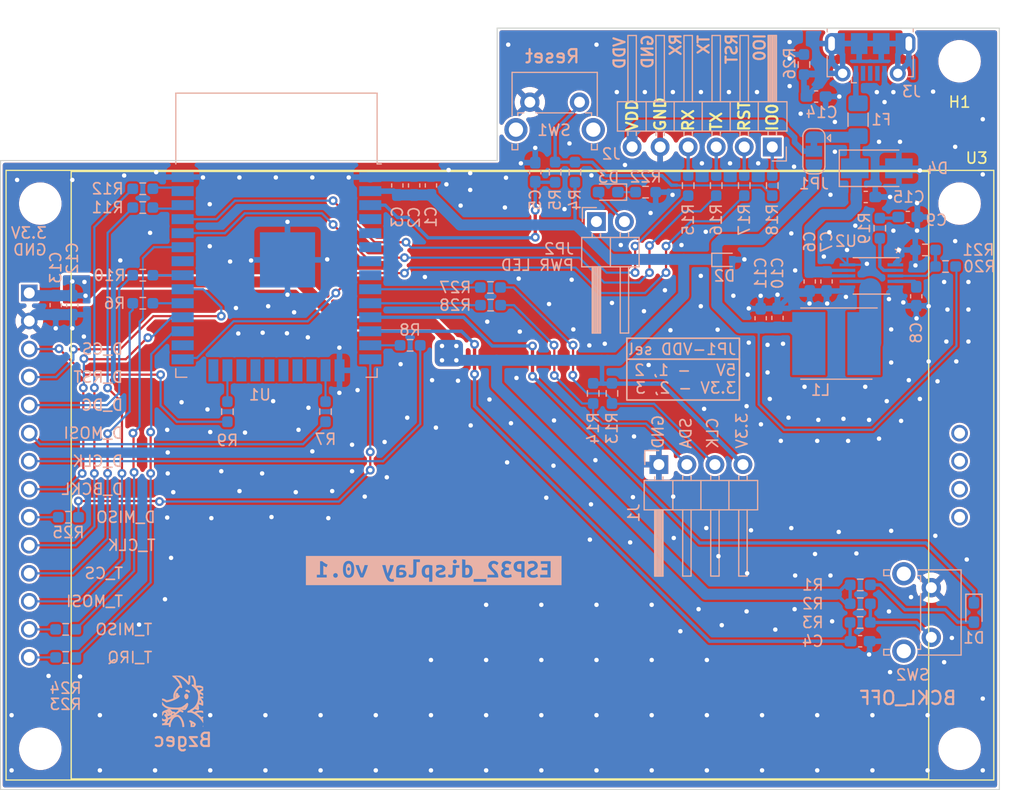
<source format=kicad_pcb>
(kicad_pcb (version 20211014) (generator pcbnew)
  (layers (0 "F.Cu" signal) (31 "B.Cu" signal) (34 "B.Paste" user) (35 "F.Paste" user) (36 "B.SilkS" user "B.Silkscreen") (37 "F.SilkS" user "F.Silkscreen") (38 "B.Mask" user) (39 "F.Mask" user) (44 "Edge.Cuts" user))
  (net 0 "")
  (net 1 "Net-(C5-Pad1)")
  (net 2 "GND")
  (net 3 "+5V")
  (net 4 "+3V3")
  (net 5 "/MCU/RST")
  (net 6 "Net-(C8-Pad1)")
  (net 7 "Net-(D3-Pad1)")
  (net 8 "Net-(C9-Pad1)")
  (net 9 "Net-(C14-Pad1)")
  (net 10 "/MCU/IO0")
  (net 11 "/MCU/UART_TX")
  (net 12 "/MCU/UART_RX")
  (net 13 "Net-(L1-Pad1)")
  (net 14 "/MCU/LED_STATUS")
  (net 15 "/MCU/SCRN_OFF_BTN")
  (net 21 "/MCU/I2C_SDA")
  (net 22 "/MCU/TOUCH.IRQ")
  (net 24 "/MCU/DISP.SPI_CLK")
  (net 25 "/MCU/DISP.SPI_MISO")
  (net 26 "/MCU/DISP.SPI_MOSI")
  (net 33 "/MCU/DISP.SPI_CS")
  (net 35 "/MCU/DISP.BCKL")
  (net 36 "/MCU/TOUCH.SPI_CS")
  (net 37 "/MCU/DISP.RST")
  (net 38 "/MCU/DISP.DC")
  (net 40 "/MCU/TOUCH.SPI_MISO")
  (net 41 "/MCU/TOUCH.SPI_MOSI")
  (net 42 "/MCU/TOUCH.SPI_CLK")
  (net 47 "Net-(J2-Pad1)")
  (net 48 "Net-(J2-Pad2)")
  (net 49 "Net-(J2-Pad3)")
  (net 50 "Net-(J2-Pad4)")
  (net 51 "Net-(J2-Pad6)")
  (net 52 "/USB_CONN/USB_N")
  (net 53 "/USB_CONN/USB_P")
  (net 54 "Net-(R11-Pad1)")
  (net 55 "Net-(R7-Pad1)")
  (net 56 "Net-(R8-Pad1)")
  (net 57 "Net-(R9-Pad1)")
  (net 58 "Net-(R10-Pad1)")
  (net 59 "Net-(R12-Pad1)")
  (net 61 "Net-(R2-Pad2)")
  (net 62 "Net-(R6-Pad1)")
  (net 63 "/MCU/I2C_SCL")
  (net 64 "Net-(R19-Pad1)")
  (net 65 "Net-(R20-Pad2)")
  (net 66 "Net-(R23-Pad1)")
  (net 67 "Net-(R24-Pad1)")
  (net 68 "Net-(F1-Pad2)")
  (net 69 "Net-(D1-Pad2)")
  (net 70 "Net-(D3-Pad2)")
  (net 71 "Net-(R25-Pad2)")
  (net 72 "Net-(J1-Pad2)")
  (net 73 "Net-(J1-Pad3)")
  (footprint "myLib:ILI9341" (layer "F.Cu") (at 89.6 56)
    (fp_text reference "U3")
    (fp_text value "Display_ILI9341")
  )
  (footprint "MountingHole:MountingHole_3.2mm_M3_ISO14580" (layer "F.Cu") (at 173.9 35)
    (fp_text reference "H1")
    (fp_text value "MountingHole")
  )
  (footprint "Resistor_SMD:R_0603_1608Metric_Pad0.98x0.95mm_HandSolder" (layer "B.Cu") (at 131.3875 55.5)
    (fp_text reference "R27")
    (fp_text value "220")
  )
  (footprint "Capacitor_SMD:C_0603_1608Metric_Pad1.08x0.95mm_HandSolder" (layer "B.Cu") (at 92 57.1 -90)
    (fp_text reference "C13")
    (fp_text value "0.1uF")
  )
  (footprint "Capacitor_SMD:C_0603_1608Metric_Pad1.08x0.95mm_HandSolder" (layer "B.Cu") (at 126 46.255 90)
    (fp_text reference "C1")
    (fp_text value "10uF")
  )
  (footprint "myLib:USB_Micro-B_Molex-105017-0001" (layer "B.Cu") (at 165.8 34.6375)
    (fp_text reference "J3")
    (fp_text value "USB_B_Micro")
  )
  (footprint "Resistor_SMD:R_0603_1608Metric_Pad0.98x0.95mm_HandSolder" (layer "B.Cu") (at 140.7 65.1 -90)
    (fp_text reference "R14")
    (fp_text value "51k")
  )
  (footprint "Resistor_SMD:R_0603_1608Metric_Pad0.98x0.95mm_HandSolder" (layer "B.Cu") (at 166.67 50.1315 90)
    (fp_text reference "R19")
    (fp_text value "82k")
  )
  (footprint "Capacitor_SMD:C_0603_1608Metric_Pad1.08x0.95mm_HandSolder" (layer "B.Cu") (at 169.21 49.1155)
    (fp_text reference "C9")
    (fp_text value "330pF")
  )
  (footprint "Capacitor_SMD:C_0603_1608Metric_Pad1.08x0.95mm_HandSolder" (layer "B.Cu") (at 122.952 46.255 90)
    (fp_text reference "C3")
    (fp_text value "0.1uF")
  )
  (footprint "Resistor_SMD:R_0603_1608Metric_Pad0.98x0.95mm_HandSolder" (layer "B.Cu") (at 92.9 86.48)
    (fp_text reference "R24")
    (fp_text value "30")
  )
  (footprint "Resistor_SMD:R_0603_1608Metric_Pad0.98x0.95mm_HandSolder" (layer "B.Cu") (at 99.8875 48.255 180)
    (fp_text reference "R11")
    (fp_text value "30")
  )
  (footprint "Resistor_SMD:R_0603_1608Metric_Pad0.98x0.95mm_HandSolder" (layer "B.Cu") (at 92.9 89.02)
    (fp_text reference "R23")
    (fp_text value "30")
  )
  (footprint "Resistor_SMD:R_0603_1608Metric_Pad0.98x0.95mm_HandSolder" (layer "B.Cu") (at 170.8 52.1 180)
    (fp_text reference "R21")
    (fp_text value "15k")
  )
  (footprint "Jumper:SolderJumper-3_P1.3mm_Bridged12_RoundedPad1.0x1.5mm" (layer "B.Cu") (at 160.7 43.155 -90)
    (fp_text reference "JP1")
    (fp_text value "Jumper_3_Bridged12")
  )
  (footprint "Resistor_SMD:R_0603_1608Metric_Pad0.98x0.95mm_HandSolder" (layer "B.Cu") (at 154.387 46.2675 90)
    (fp_text reference "R17")
    (fp_text value "220")
  )
  (footprint "Resistor_SMD:R_0603_1608Metric_Pad0.98x0.95mm_HandSolder" (layer "B.Cu") (at 99.8875 46.555 180)
    (fp_text reference "R12")
    (fp_text value "30")
  )
  (footprint "Diode_SMD:D_0603_1608Metric_Pad1.05x0.95mm_HandSolder" (layer "B.Cu") (at 175.2 84.95 -90)
    (fp_text reference "D1")
    (fp_text value "RED_LED")
  )
  (footprint "Resistor_SMD:R_0603_1608Metric_Pad0.98x0.95mm_HandSolder" (layer "B.Cu") (at 159.8 35.3 90)
    (fp_text reference "R26")
    (fp_text value "1M")
  )
  (footprint "Resistor_SMD:R_0603_1608Metric_Pad0.98x0.95mm_HandSolder" (layer "B.Cu") (at 149.307 46.2675 90)
    (fp_text reference "R15")
    (fp_text value "220")
  )
  (footprint "Capacitor_SMD:C_0603_1608Metric_Pad1.08x0.95mm_HandSolder" (layer "B.Cu") (at 169.972 56.3 -90)
    (fp_text reference "C8")
    (fp_text value "47nF")
  )
  (footprint "Capacitor_SMD:C_0603_1608Metric_Pad1.08x0.95mm_HandSolder" (layer "B.Cu") (at 161.844 54.9575 -90)
    (fp_text reference "C7")
    (fp_text value "0.1uF")
  )
  (footprint "Resistor_SMD:R_0603_1608Metric_Pad0.98x0.95mm_HandSolder" (layer "B.Cu") (at 137.25 45.055 -90)
    (fp_text reference "R5")
    (fp_text value "1k")
  )
  (footprint "Button_Switch_THT:SW_Tactile_SPST_Angled_PTS645Vx83-2LFS" (layer "B.Cu") (at 139.46 38.71 180)
    (fp_text reference "SW1")
    (fp_text value "RST_BTN")
  )
  (footprint "Resistor_SMD:R_0603_1608Metric_Pad0.98x0.95mm_HandSolder" (layer "B.Cu") (at 116.445 66.755 -90)
    (fp_text reference "R7")
    (fp_text value "30")
  )
  (footprint "Connector_PinHeader_2.54mm:PinHeader_1x02_P2.54mm_Horizontal" (layer "B.Cu") (at 140.99 49.53 -90)
    (fp_text reference "JP2")
    (fp_text value "Jumper_2_Bridged")
  )
  (footprint "Resistor_SMD:R_0603_1608Metric_Pad0.98x0.95mm_HandSolder" (layer "B.Cu") (at 172.625 53.6 180)
    (fp_text reference "R20")
    (fp_text value "24.9k")
  )
  (footprint "Capacitor_SMD:C_0603_1608Metric_Pad1.08x0.95mm_HandSolder" (layer "B.Cu") (at 93.5 57.1 -90)
    (fp_text reference "C12")
    (fp_text value "10uF")
  )
  (footprint "Capacitor_SMD:C_0603_1608Metric_Pad1.08x0.95mm_HandSolder" (layer "B.Cu") (at 164.8875 87.555)
    (fp_text reference "C4")
    (fp_text value "0.1uF")
  )
  (footprint "Button_Switch_THT:SW_Tactile_SPST_Angled_PTS645Vx83-2LFS" (layer "B.Cu") (at 171.3375 87.2 90)
    (fp_text reference "SW2")
    (fp_text value "SCREEN_OFF_BTN")
  )
  (footprint "Resistor_SMD:R_0603_1608Metric_Pad0.98x0.95mm_HandSolder" (layer "B.Cu") (at 164.9 84.155)
    (fp_text reference "R2")
    (fp_text value "51k")
  )
  (footprint "Capacitor_SMD:C_0603_1608Metric_Pad1.08x0.95mm_HandSolder" (layer "B.Cu") (at 165.4 47.3)
    (fp_text reference "C15")
    (fp_text value "4.7uF")
  )
  (footprint "Resistor_SMD:R_0603_1608Metric_Pad0.98x0.95mm_HandSolder" (layer "B.Cu") (at 139.05 45.055 90)
    (fp_text reference "R4")
    (fp_text value "51k")
  )
  (footprint "Capacitor_SMD:C_0603_1608Metric_Pad1.08x0.95mm_HandSolder" (layer "B.Cu") (at 160.32 54.9575 -90)
    (fp_text reference "C6")
    (fp_text value "10uF")
  )
  (footprint "Resistor_SMD:R_0603_1608Metric_Pad0.98x0.95mm_HandSolder" (layer "B.Cu") (at 99.8875 56.93 180)
    (fp_text reference "R6")
    (fp_text value "30")
  )
  (footprint "myLib:NR6028T100M" (layer "B.Cu") (at 162.733 60.5842 180)
    (fp_text reference "L1")
    (fp_text value "10uF")
  )
  (footprint "Capacitor_SMD:C_0603_1608Metric_Pad1.08x0.95mm_HandSolder" (layer "B.Cu") (at 157.399 58.2595 90)
    (fp_text reference "C10")
    (fp_text value "0.1uF")
  )
  (footprint "myLib:tabaluga_5x5" (layer "B.Cu") (at 103.200151 92.833345 180)
    (fp_text reference "G***" hide)
    (fp_text value "LOGO" hide)
  )
  (footprint "Capacitor_SMD:C_0603_1608Metric_Pad1.08x0.95mm_HandSolder" (layer "B.Cu") (at 124.476 46.255 90)
    (fp_text reference "C2")
    (fp_text value "10uF")
  )
  (footprint "Resistor_SMD:R_0603_1608Metric_Pad0.98x0.95mm_HandSolder" (layer "B.Cu") (at 93.15 76.32 180)
    (fp_text reference "R25")
    (fp_text value "30")
  )
  (footprint "Capacitor_SMD:C_0603_1608Metric_Pad1.08x0.95mm_HandSolder" (layer "B.Cu") (at 135.45 45.055 90)
    (fp_text reference "C5")
    (fp_text value "0.1uF")
  )
  (footprint "Resistor_SMD:R_0603_1608Metric_Pad0.98x0.95mm_HandSolder" (layer "B.Cu") (at 164.8875 85.855)
    (fp_text reference "R3")
    (fp_text value "1k")
  )
  (footprint "Resistor_SMD:R_0603_1608Metric_Pad0.98x0.95mm_HandSolder" (layer "B.Cu") (at 107.555 66.755 -90)
    (fp_text reference "R9")
    (fp_text value "30")
  )
  (footprint "Resistor_SMD:R_0603_1608Metric_Pad0.98x0.95mm_HandSolder" (layer "B.Cu") (at 145.45 46.86)
    (fp_text reference "R22")
    (fp_text value "1.5k")
  )
  (footprint "Capacitor_SMD:C_0603_1608Metric_Pad1.08x0.95mm_HandSolder" (layer "B.Cu") (at 160.9 38.2)
    (fp_text reference "C14")
    (fp_text value "4.7nF")
  )
  (footprint "Diode_SMD:D_SMA" (layer "B.Cu") (at 166.4 44.7)
    (fp_text reference "D4")
    (fp_text value "SMAJ5.0CA")
  )
  (footprint "Resistor_SMD:R_0603_1608Metric_Pad0.98x0.95mm_HandSolder" (layer "B.Cu") (at 99.8875 54.39 180)
    (fp_text reference "R10")
    (fp_text value "30")
  )
  (footprint "Resistor_SMD:R_0603_1608Metric_Pad0.98x0.95mm_HandSolder" (layer "B.Cu") (at 142.4 65.1 -90)
    (fp_text reference "R13")
    (fp_text value "51k")
  )
  (footprint "RF_Module:ESP32-WROOM-32" (layer "B.Cu") (at 112 53.755 180)
    (fp_text reference "U1")
    (fp_text value "ESP32-WROOM-32")
  )
  (footprint "Capacitor_SMD:C_0603_1608Metric_Pad1.08x0.95mm_HandSolder" (layer "B.Cu") (at 155.875 58.286 90)
    (fp_text reference "C11")
    (fp_text value "10uF")
  )
  (footprint "Resistor_SMD:R_0603_1608Metric_Pad0.98x0.95mm_HandSolder" (layer "B.Cu") (at 156.927 46.2675 90)
    (fp_text reference "R18")
    (fp_text value "220")
  )
  (footprint "Fuse:Fuse_1206_3216Metric_Pad1.42x1.75mm_HandSolder" (layer "B.Cu") (at 164.7 40.3 90)
    (fp_text reference "F1")
    (fp_text value "500mA, 1A")
  )
  (footprint "Resistor_SMD:R_0603_1608Metric_Pad0.98x0.95mm_HandSolder" (layer "B.Cu") (at 164.9 82.45)
    (fp_text reference "R1")
    (fp_text value "1.5k")
  )
  (footprint "Connector_PinHeader_2.54mm:PinHeader_1x04_P2.54mm_Horizontal" (layer "B.Cu") (at 146.65 71.55 -90)
    (fp_text reference "J1")
    (fp_text value "Conn_01x04_Male")
  )
  (footprint "Resistor_SMD:R_0603_1608Metric_Pad0.98x0.95mm_HandSolder" (layer "B.Cu") (at 124.1125 60.74)
    (fp_text reference "R8")
    (fp_text value "30")
  )
  (footprint "Resistor_SMD:R_0603_1608Metric_Pad0.98x0.95mm_HandSolder" (layer "B.Cu") (at 151.847 46.2675 90)
    (fp_text reference "R16")
    (fp_text value "220")
  )
  (footprint "kibuzzard-61D6E91A" (layer "B.Cu") (at 126.25 81.15 180)
    (fp_text reference "kibuzzard-61D6E91A" hide)
    (fp_text value "G***" hide)
  )
  (footprint "myLib:MAX1821EUB+" (layer "B.Cu") (at 165.908 54.4495 180)
    (fp_text reference "U2")
    (fp_text value "MAX1821")
  )
  (footprint "Diode_SMD:D_SOD-523" (layer "B.Cu") (at 152.6 53)
    (fp_text reference "D2")
    (fp_text value "ESD5Z3.3T1G")
  )
  (footprint "Diode_SMD:D_0603_1608Metric_Pad1.05x0.95mm_HandSolder" (layer "B.Cu") (at 142.065 46.86 180)
    (fp_text reference "D3")
    (fp_text value "GREEN_LED")
  )
  (footprint "Connector_PinHeader_2.54mm:PinHeader_1x06_P2.54mm_Horizontal" (layer "B.Cu") (at 156.927 42.769 90)
    (fp_text reference "J2")
    (fp_text value "Conn_01x06_Male")
  )
  (footprint "Resistor_SMD:R_0603_1608Metric_Pad0.98x0.95mm_HandSolder" (layer "B.Cu") (at 131.4 57.1)
    (fp_text reference "R28")
    (fp_text value "220")
  )
  (gr_rect (start 153.95 60.1) (end 143.75 62) (layer "B.SilkS") (width 0.15) (fill none))
  (gr_rect (start 143.75 62) (end 153.95 65.7) (layer "B.SilkS") (width 0.15) (fill none))
  (gr_line (start 87 101) (end 177.5 101) (layer "Edge.Cuts") (width 0.1))
  (gr_line (start 132 44) (end 132 32) (layer "Edge.Cuts") (width 0.1))
  (gr_line (start 177.5 101) (end 177.5 32) (layer "Edge.Cuts") (width 0.1))
  (gr_line (start 87 44) (end 87 101) (layer "Edge.Cuts") (width 0.1))
  (gr_line (start 132 32) (end 177.5 32) (layer "Edge.Cuts") (width 0.1))
  (gr_line (start 87 44) (end 132 44) (layer "Edge.Cuts") (width 0.1))
  (gr_text "3.3V" (at 89.564762 50.56) (layer "B.SilkS") (effects (font (size 1 1)) (justify mirror)))
  (gr_text "GND" (at 145.624 34.133 -270) (layer "B.SilkS") (effects (font (size 1 1) (thickness 0.2)) (justify mirror)))
  (gr_text "T_MOSI" (at 95.519047 83.94) (layer "B.SilkS") (effects (font (size 1 1)) (justify mirror)))
  (gr_text "TX" (at 150.704 33.498 -270) (layer "B.SilkS") (effects (font (size 1 1) (thickness 0.2)) (justify mirror)))
  (gr_text "GND" (at 146.575 68.575 90) (layer "B.SilkS") (effects (font (size 1 1)) (justify mirror)))
  (gr_text "IO0" (at 155.784 33.752 -270) (layer "B.SilkS") (effects (font (size 1 1) (thickness 0.2)) (justify mirror)))
  (gr_text "PWR LED" (at 135.647619 53.48) (layer "B.SilkS") (effects (font (size 1 1)) (justify mirror)))
  (gr_text "5V   - 1, 2\n3.3V - 2, 3" (at 153.75 63.8) (layer "B.SilkS") (effects (font (size 1 1)) (justify left mirror)))
  (gr_text "T_MISO" (at 98.17 86.49) (layer "B.SilkS") (effects (font (size 1 1)) (justify mirror)))
  (gr_text "3.3V" (at 154.178 68.479762 90) (layer "B.SilkS") (effects (font (size 1 1)) (justify mirror)))
  (gr_text "D_BCKL" (at 95.304761 73.78) (layer "B.SilkS") (effects (font (size 1 1)) (justify mirror)))
  (gr_text "T_IRQ" (at 98.717619 89.03) (layer "B.SilkS") (effects (font (size 1 1)) (justify mirror)))
  (gr_text "SDA" (at 149.1 68.694047 90) (layer "B.SilkS") (effects (font (size 1 1)) (justify mirror)))
  (gr_text "T_CLK" (at 98.873809 78.86) (layer "B.SilkS") (effects (font (size 1 1)) (justify mirror)))
  (gr_text "GND" (at 89.66 52.09) (layer "B.SilkS") (effects (font (size 1 1)) (justify mirror)))
  (gr_text "D_DC" (at 96.209523 66.16) (layer "B.SilkS") (effects (font (size 1 1)) (justify mirror)))
  (gr_text "D_CLK" (at 95.804761 71.24) (layer "B.SilkS") (effects (font (size 1 1)) (justify mirror)))
  (gr_text "T_CS" (at 96.352381 81.4) (layer "B.SilkS") (effects (font (size 1 1)) (justify mirror)))
  (gr_text "D_CS" (at 96.233333 61.08) (layer "B.SilkS") (effects (font (size 1 1)) (justify mirror)))
  (gr_text "D_MOSI" (at 95.4 68.7) (layer "B.SilkS") (effects (font (size 1 1)) (justify mirror)))
  (gr_text "Bzgec" (at 103.5 96.5) (layer "B.SilkS") (effects (font (size 1.2 1.2) (thickness 0.2)) (justify mirror)))
  (gr_text "Reset" (at 137 34.555) (layer "B.SilkS") (effects (font (size 1.2 1.2) (thickness 0.2)) (justify mirror)))
  (gr_text "D_MISO" (at 98.35 76.32) (layer "B.SilkS") (effects (font (size 1 1)) (justify mirror)))
  (gr_text "JP1-VDD sel" (at 153.75 61.1) (layer "B.SilkS") (effects (font (size 1 1)) (justify left mirror)))
  (gr_text "RST" (at 153.244 33.879 -270) (layer "B.SilkS") (effects (font (size 1 1) (thickness 0.2)) (justify mirror)))
  (gr_text "CLK" (at 151.52 68.694047 90) (layer "B.SilkS") (effects (font (size 1 1)) (justify mirror)))
  (gr_text "VDD" (at 143.084 34.26 -270) (layer "B.SilkS") (effects (font (size 1 1) (thickness 0.2)) (justify mirror)))
  (gr_text "D_RST" (at 95.852381 63.62) (layer "B.SilkS") (effects (font (size 1 1)) (justify mirror)))
  (gr_text "BCKL_OFF" (at 169.2 92.7) (layer "B.SilkS") (effects (font (size 1.2 1.2) (thickness 0.2)) (justify mirror)))
  (gr_text "RX" (at 148.164 33.498 -270) (layer "B.SilkS") (effects (font (size 1 1) (thickness 0.2)) (justify mirror)))
  (gr_text "GND" (at 146.767 39.8 90) (layer "F.SilkS") (effects (font (size 1 1) (thickness 0.2))))
  (gr_text "VDD" (at 144.227 39.895238 90) (layer "F.SilkS") (effects (font (size 1 1) (thickness 0.2))))
  (gr_text "TX" (at 151.847 40.466666 90) (layer "F.SilkS") (effects (font (size 1 1) (thickness 0.2))))
  (gr_text "RX" (at 149.307 40.347619 90) (layer "F.SilkS") (effects (font (size 1 1) (thickness 0.2))))
  (gr_text "RST" (at 154.387 39.966666 90) (layer "F.SilkS") (effects (font (size 1 1) (thickness 0.2))))
  (gr_text "IO0" (at 156.927 40.085714 90) (layer "F.SilkS") (effects (font (size 1 1) (thickness 0.2))))
  (segment (start 135.45 50.95) (end 135.45 48.5) (width 0.3) (layer "F.Cu") (net 1))
  (via (at 135.45 48.5) (size 0.8) (drill 0.4) (layers "F.Cu" "B.Cu") (net 1))
  (via (at 135.45 50.95) (size 0.8) (drill 0.4) (layers "F.Cu" "B.Cu") (net 1))
  (segment (start 123.8875 49.1425) (end 123.6 49.1425) (width 0.3) (layer "B.Cu") (net 1))
  (segment (start 123.5815 49.161) (end 122.973 49.161) (width 0.3) (layer "B.Cu") (net 1))
  (segment (start 135.45 48.5) (end 135.45 45.9175) (width 0.3) (layer "B.Cu") (net 1))
  (segment (start 123.6 49.1425) (end 123.5815 49.161) (width 0.3) (layer "B.Cu") (net 1))
  (segment (start 137.25 45.9675) (end 135.5 45.9675) (width 0.3) (layer "B.Cu") (net 1))
  (segment (start 135.45 50.95) (end 135.4 51) (width 0.3) (layer "B.Cu") (net 1))
  (segment (start 121.852 48.04) (end 120.5 48.04) (width 0.3) (layer "B.Cu") (net 1))
  (segment (start 135.4 51) (end 125.745 51) (width 0.3) (layer "B.Cu") (net 1))
  (segment (start 125.745 51) (end 123.8875 49.1425) (width 0.3) (layer "B.Cu") (net 1))
  (segment (start 122.973 49.161) (end 121.852 48.04) (width 0.3) (layer "B.Cu") (net 1))
  (via (at 154.4 52.955) (size 0.8) (drill 0.4) (layers "F.Cu" "B.Cu") (net 2))
  (via (at 110.75 59.6) (size 0.8) (drill 0.4) (layers "F.Cu" "B.Cu") (net 2))
  (via (at 162.6 43.2) (size 0.8) (drill 0.4) (layers "F.Cu" "B.Cu") (net 2))
  (via (at 168.5 42.3) (size 0.8) (drill 0.4) (layers "F.Cu" "B.Cu") (net 2))
  (via (at 168.599 67.587881) (size 0.8) (drill 0.4) (layers "F.Cu" "B.Cu") (net 2))
  (via (at 116.7 76.4) (size 0.8) (drill 0.4) (layers "F.Cu" "B.Cu") (net 2))
  (via (at 131.1 58.6) (size 0.8) (drill 0.4) (layers "F.Cu" "B.Cu") (net 2))
  (via (at 157.7 69.4) (size 0.8) (drill 0.4) (layers "F.Cu" "B.Cu") (net 2))
  (via (at 148 78.2) (size 0.8) (drill 0.4) (layers "F.Cu" "B.Cu") (net 2))
  (via (at 160.8 79.65) (size 0.8) (drill 0.4) (layers "F.Cu" "B.Cu") (net 2))
  (via (at 110.7 72.35) (size 0.8) (drill 0.4) (layers "F.Cu" "B.Cu") (net 2))
  (via (at 111 99.255) (size 0.8) (drill 0.4) (layers "F.Cu" "B.Cu") (net 2))
  (via (at 163 38.2) (size 0.8) (drill 0.4) (layers "F.Cu" "B.Cu") (net 2))
  (via (at 142.84 37.795) (size 0.8) (drill 0.4) (layers "F.Cu" "B.Cu") (net 2))
  (via (at 152.05 79.85) (size 0.8) (drill 0.4) (layers "F.Cu" "B.Cu") (net 2))
  (via (at 136 99.255) (size 0.8) (drill 0.4) (layers "F.Cu" "B.Cu") (net 2))
  (via (at 172.5 55) (size 0.8) (drill 0.4) (layers "F.Cu" "B.Cu") (net 2))
  (via (at 134.05 59.5) (size 0.8) (drill 0.4) (layers "F.Cu" "B.Cu") (net 2))
  (via (at 158.9 44.555) (size 0.8) (drill 0.4) (layers "F.Cu" "B.Cu") (net 2))
  (via (at 155 77.5) (size 0.8) (drill 0.4) (layers "F.Cu" "B.Cu") (net 2))
  (via (at 147.95 74.45) (size 0.8) (drill 0.4) (layers "F.Cu" "B.Cu") (net 2))
  (via (at 118.85 72.15) (size 0.8) (drill 0.4) (layers "F.Cu" "B.Cu") (net 2))
  (via (at 117.7 65.05) (size 0.8) (drill 0.4) (layers "F.Cu" "B.Cu") (net 2))
  (via (at 138.1 48.4) (size 0.8) (drill 0.4) (layers "F.Cu" "B.Cu") (net 2))
  (via (at 132.9 71.35) (size 0.8) (drill 0.4) (layers "F.Cu" "B.Cu") (net 2))
  (via (at 111.25 57.2) (size 0.8) (drill 0.4) (layers "F.Cu" "B.Cu") (net 2))
  (via (at 151.975 59.325) (size 0.8) (drill 0.4) (layers "F.Cu" "B.Cu") (net 2))
  (via (at 172.7 60.4) (size 0.8) (drill 0.4) (layers "F.Cu" "B.Cu") (net 2))
  (via (at 131 84.255) (size 0.8) (drill 0.4) (layers "F.Cu" "B.Cu") (net 2))
  (via (at 158.5 33.255) (size 0.8) (drill 0.4) (layers "F.Cu" "B.Cu") (net 2))
  (via (at 146 94.255) (size 0.8) (drill 0.4) (layers "F.Cu" "B.Cu") (net 2))
  (via (at 102.45 80) (size 0.8) (drill 0.4) (layers "F.Cu" "B.Cu") (net 2))
  (via (at 117.05 73.95) (size 0.8) (drill 0.4) (layers "F.Cu" "B.Cu") (net 2))
  (via (at 154.8 60.5) (size 0.8) (drill 0.4) (layers "F.Cu" "B.Cu") (net 2))
  (via (at 102.1 76.35) (size 0.8) (drill 0.4) (layers "F.Cu" "B.Cu") (net 2))
  (via (at 162.6 40.5) (size 0.8) (drill 0.4) (layers "F.Cu" "B.Cu") (net 2))
  (via (at 172.8 57.5) (size 0.8) (drill 0.4) (layers "F.Cu" "B.Cu") (net 2))
  (via (at 155.54 37.795) (size 0.8) (drill 0.4) (layers "F.Cu" "B.Cu") (net 2))
  (via (at 103.4 65.9) (size 0.8) (drill 0.4) (layers "F.Cu" "B.Cu") (net 2))
  (via (at 173.5 51.3) (size 0.8) (drill 0.4) (layers "F.Cu" "B.Cu") (net 2))
  (via (at 145.9 48.75) (size 0.8) (drill 0.4) (layers "F.Cu" "B.Cu") (net 2))
  (via (at 116.6 52.955) (size 0.8) (drill 0.4) (layers "F.Cu" "B.Cu") (net 2))
  (via (at 166.6 69.2) (size 0.8) (drill 0.4) (layers "F.Cu" "B.Cu") (net 2))
  (via (at 154.7 63.4) (size 0.8) (drill 0.4) (layers "F.Cu" "B.Cu") (net 2))
  (via (at 159.85 64.5) (size 0.8) (drill 0.4) (layers "F.Cu" "B.Cu") (net 2))
  (via (at 167.5 84.855) (size 0.8) (drill 0.4) (layers "F.Cu" "B.Cu") (net 2))
  (via (at 163.377 67.4) (size 0.8) (drill 0.4) (layers "F.Cu" "B.Cu") (net 2))
  (via (at 138.75 54.8) (size 0.8) (drill 0.4) (layers "F.Cu" "B.Cu") (net 2))
  (via (at 98.2 45.355) (size 0.8) (drill 0.4) (layers "F.Cu" "B.Cu") (net 2))
  (via (at 119.35 64.8) (size 0.8) (drill 0.4) (layers "F.Cu" "B.Cu") (net 2))
  (via (at 161 94.255) (size 0.8) (drill 0.4) (layers "F.Cu" "B.Cu") (net 2))
  (via (at 144.3 74.5) (size 0.8) (drill 0.4) (layers "F.Cu" "B.Cu") (net 2))
  (via (at 93.5 59.2) (size 0.8) (drill 0.4) (layers "F.Cu" "B.Cu") (net 2))
  (via (at 102.15 72.35) (size 0.8) (drill 0.4) (layers "F.Cu" "B.Cu") (net 2))
  (via (at 151 94.255) (size 0.8) (drill 0.4) (layers "F.Cu" "B.Cu") (net 2))
  (via (at 171.5 37.755) (size 0.8) (drill 0.4) (layers "F.Cu" "B.Cu") (net 2))
  (via (at 131 99.255) (size 0.8) (drill 0.4) (layers "F.Cu" "B.Cu") (net 2))
  (via (at 153 37.795) (size 0.8) (drill 0.4) (layers "F.Cu" "B.Cu") (net 2))
  (via (at 108.33 57.36) (size 0.8) (drill 0.4) (layers "F.Cu" "B.Cu") (net 2))
  (via (at 108.64265 45.5328) (size 0.8) (drill 0.4) (layers "F.Cu" "B.Cu") (net 2))
  (via (at 170.0451 47.855) (size 0.8) (drill 0.4) (layers "F.Cu" "B.Cu") (net 2))
  (via (at 105.75 66.55) (size 0.8) (drill 0.4) (layers "F.Cu" "B.Cu") (net 2))
  (via (at 126.1 63.9) (size 0.8) (drill 0.4) (layers "F.Cu" "B.Cu") (net 2))
  (via (at 155.9 67.9) (size 0.8) (drill 0.4) (layers "F.Cu" "B.Cu") (net 2))
  (via (at 107.8 53.15) (size 0.8) (drill 0.4) (layers "F.Cu" "B.Cu") (net 2))
  (via (at 171.7 78) (size 0.8) (drill 0.4) (layers "F.Cu" "B.Cu") (net 2))
  (via (at 121.8 69.5) (size 0.8) (drill 0.4) (layers "F.Cu" "B.Cu") (net 2))
  (via (at 105.955 47.955) (size 0.8) (drill 0.4) (layers "F.Cu" "B.Cu") (net 2))
  (via (at 101.9 83.75) (size 0.8) (drill 0.4) (layers "F.Cu" "B.Cu") (net 2))
  (via (at 116 99.255) (size 0.8) (drill 0.4) (layers "F.Cu" "B.Cu") (net 2))
  (via (at 170.0451 50.349499) (size 0.8) (drill 0.4) (layers "F.Cu" "B.Cu") (net 2))
  (via (at 150.75 66.5) (size 0.8) (drill 0.4) (layers "F.Cu" "B.Cu") (net 2))
  (via (at 155.875 56.255) (size 0.8) (drill 0.4) (layers "F.Cu" "B.Cu") (net 2))
  (via (at 146 99.255) (size 0.8) (drill 0.4) (layers "F.Cu" "B.Cu") (net 2))
  (via (at 107 72.15) (size 0.8) (drill 0.4) (layers "F.Cu" "B.Cu") (net 2))
  (via (at 147.2 55.75) (size 0.8) (drill 0.4) (layers "F.Cu" "B.Cu") (net 2))
  (via (at 176 40.255) (size 0.8) (drill 0.4) (layers "F.Cu" "B.Cu") (net 2))
  (via (at 171 99.255) (size 0.8) (drill 0.4) (layers "F.Cu" "B.Cu") (net 2))
  (via (at 170.3 44.9) (size 0.8) (drill 0.4) (layers "F.Cu" "B.Cu") (net 2))
  (via (at 113.75 74.05) (size 0.8) (drill 0.4) (layers "F.Cu" "B.Cu") (net 2))
  (via (at 133.25 67.8) (size 0.8) (drill 0.4) (layers "F.Cu" "B.Cu") (net 2))
  (via (at 150.55 44.25) (size 0.8) (drill 0.4) (layers "F.Cu" "B.Cu") (net 2))
  (via (at 174.7 55) (size 0.8) (drill 0.4) (layers "F.Cu" "B.Cu") (net 2))
  (via (at 142.4 56.9) (size 0.8) (drill 0.4) (layers "F.Cu" "B.Cu") (net 2))
  (via (at 127.4 46.155) (size 0.8) (drill 0.4) (layers "F.Cu" "B.Cu") (net 2))
  (via (at 92 59.2) (size 0.8) (drill 0.4) (layers "F.Cu" "B.Cu") (net 2))
  (via (at 136.7 57) (size 0.8) (drill 0.4) (layers "F.Cu" "B.Cu") (net 2))
  (via (at 111.55 76.3) (size 0.8) (drill 0.4) (layers "F.Cu" "B.Cu") (net 2))
  (via (at 165.7 88.755) (size 0.8) (drill 0.4) (layers "F.Cu" "B.Cu") (net 2))
  (via (at 167.9 50.355) (size 0.8) (drill 0.4) (layers "F.Cu" "B.Cu") (net 2))
  (via (at 174.7 57.5) (size 0.8) (drill 0.4) (layers "F.Cu" "B.Cu") (net 2))
  (via (at 170.3 65.6) (size 0.8) (drill 0.4) (layers "F.Cu" "B.Cu") (net 2))
  (via (at 138.9 59.3) (size 0.8) (drill 0.4) (layers "F.Cu" "B.Cu") (net 2))
  (via (at 118.85 69.75) (size 0.8) (drill 0.4) (layers "F.Cu" "B.Cu") (net 2))
  (via (at 154.8 57.3959) (size 0.8) (drill 0.4) (layers "F.Cu" "B.Cu") (net 2))
  (via (at 94.55 59.95) (size 0.8) (drill 0.4) (layers "F.Cu" "B.Cu") (net 2))
  (via (at 161 69.4) (size 0.8) (drill 0.4) (layers "F.Cu" "B.Cu") (net 2))
  (via (at 154.6 84.85) (size 0.8) (drill 0.4) (layers "F.Cu" "B.Cu") (net 2))
  (via (at 111.9451 45.5328) (size 0.8) (drill 0.4) (layers "F.Cu" "B.Cu") (net 2))
  (via (at 166 94.255) (size 0.8) (drill 0.4) (layers "F.Cu" "B.Cu") (net 2))
  (via (at 147.92 37.795) (size 0.8) (drill 0.4) (layers "F.Cu" "B.Cu") (net 2))
  (via (at 111.7 65.8) (size 0.8) (drill 0.4) (layers "F.Cu" "B.Cu") (net 2))
  (via (at 151 99.255) (size 0.8) (drill 0.4) (layers "F.Cu" "B.Cu") (net 2))
  (via (at 156.5 60.7) (size 0.8) (drill 0.4) (layers "F.Cu" "B.Cu") (net 2))
  (via (at 156.7 65.6) (size 0.8) (drill 0.4) (layers "F.Cu" "B.Cu") (net 2))
  (via (at 140.5 75.15) (size 0.8) (drill 0.4) (layers "F.Cu" "B.Cu") (net 2))
  (via (at 144.4 69) (size 0.8) (drill 0.4) (layers "F.Cu" "B.Cu") (net 2))
  (via (at 156 94.255) (size 0.8) (drill 0.4) (layers "F.Cu" "B.Cu") (net 2))
  (via (at 167.9 37.8) (size 0.8) (drill 0.4) (layers "F.Cu" "B.Cu") (net 2))
  (via (at 131.3 65.65) (size 0.8) (drill 0.4) (layers "F.Cu" "B.Cu") (net 2))
  (via (at 162.2 81.6) (size 0.8) (drill 0.4) (layers "F.Cu" "B.Cu") (net 2))
  (via (at 165.7 67.5) (size 0.8) (drill 0.4) (layers "F.Cu" "B.Cu") (net 2))
  (via (at 132.8 45.555) (size 0.8) (drill 0.4) (layers "F.Cu" "B.Cu") (net 2))
  (via (at 176 92.755) (size 0.8) (drill 0.4) (layers "F.Cu" "B.Cu") (net 2))
  (via (at 125.45 54.55) (size 0.8) (drill 0.4) (layers "F.Cu" "B.Cu") (net 2))
  (via (at 106 94.255) (size 0.8) (drill 0.4) (layers "F.Cu" "B.Cu") (net 2))
  (via (at 161 99.255) (size 0.8) (drill 0.4) (layers "F.Cu" "B.Cu") (net 2))
  (via (at 166 99.255) (size 0.8) (drill 0.4) (layers "F.Cu" "B.Cu") (net 2))
  (via (at 106 68.6) (size 0.8) (drill 0.4) (layers "F.Cu" "B.Cu") (net 2))
  (via (at 136 89.255) (size 0.8) (drill 0.4) (layers "F.Cu" "B.Cu") (net 2))
  (via (at 123.85 67.3) (size 0.8) (drill 0.4) (layers "F.Cu" "B.Cu") (net 2))
  (via (at 170 58.3) (size 0.8) (drill 0.4) (layers "F.Cu" "B.Cu") (net 2))
  (via (at 105.3402 45.5328) (size 0.8) (drill 0.4) (layers "F.Cu" "B.Cu") (net 2))
  (via (at 152.35 86.1) (size 0.8) (drill 0.4) (layers "F.Cu" "B.Cu") (net 2))
  (via (at 158.5 34.755) (size 0.8) (drill 0.4) (layers "F.Cu" "B.Cu") (net 2))
  (via (at 113 56.155) (size 0.8) (drill 0.4) (layers "F.Cu" "B.Cu") (net 2))
  (via (at 173.2 87.255) (size 0.8) (drill 0.4) (layers "F.Cu" "B.Cu") (net 2))
  (via (at 145.3 57.65) (size 0.8) (drill 0.4) (layers "F.Cu" "B.Cu") (net 2))
  (via (at 113.6 57.75) (size 0.8) (drill 0.4) (layers "F.Cu" "B.Cu") (net 2))
  (via (at 128.45 63.95) (size 0.8) (drill 0.4) (layers "F.Cu" "B.Cu") (net 2))
  (via (at 101 94.255) (size 0.8) (drill 0.4) (layers "F.Cu" "B.Cu") (net 2))
  (via (at 133.75 63.7) (size 0.8) (drill 0.4) (layers "F.Cu" "B.Cu") (net 2))
  (via (at 146 84.255) (size 0.8) (drill 0.4) (layers "F.Cu" "B.Cu") (net 2))
  (via (at 129.556 45.1385) (size 0.8) (drill 0.4) (layers "F.Cu" "B.Cu") (net 2))
  (via (at 128.688 48.082) (size 0.8) (drill 0.4) (layers "F.Cu" "B.Cu") (net 2))
  (via (at 134.15 44.25) (size 0.8) (drill 0.4) (layers "F.Cu" "B.Cu") (net 2))
  (via (at 167.3 65.8) (size 0.8) (drill 0.4) (layers "F.Cu" "B.Cu") (net 2))
  (via (at 157.4 56.155) (size 0.8) (drill 0.4) (layers "F.Cu" "B.Cu") (net 2))
  (via (at 100.55 50.55) (size 0.8) (drill 0.4) (layers "F.Cu" "B.Cu") (net 2))
  (via (at 158.95 84.65) (size 0.8) (drill 0.4) (layers "F.Cu" "B.Cu") (net 2))
  (via (at 169.9 53.5) (size 0.8) (drill 0.4) (layers "F.Cu" "B.Cu") (net 2))
  (via (at 126 94.255) (size 0.8) (drill 0.4) (layers "F.Cu" "B.Cu") (net 2))
  (via (at 115.24755 45.5328) (size 0.8) (drill 0.4) (layers "F.Cu" "B.Cu") (net 2))
  (via (at 136.45 74.55) (size 0.8) (drill 0.4) (layers "F.Cu" "B.Cu") (net 2))
  (via (at 141 94.255) (size 0.8) (drill 0.4) (layers "F.Cu" "B.Cu") (net 2))
  (via (at 153.1 44.25) (size 0.8) (drill 0.4) (layers "F.Cu" "B.Cu") (net 2))
  (via (at 167.1 38.7) (size 0.8) (drill 0.4) (layers "F.Cu" "B.Cu") (net 2))
  (via (at 88 94.255) (size 0.8) (drill 0.4) (layers "F.Cu" "B.Cu") (net 2))
  (via (at 112.95 59.65) (size 0.8) (drill 0.4) (layers "F.Cu" "B.Cu") (net 2))
  (via (at 136 84.255) (size 0.8) (drill 0.4) (layers "F.Cu" "B.Cu") (net 2))
  (via (at 115.25 70.35) (size 0.8) (drill 0.4) (layers "F.Cu" "B.Cu") (net 2))
  (via (at 163.6 56.355) (size 0.8) (drill 0.4) (layers "F.Cu" "B.Cu") (net 2))
  (via (at 150.25 84.65) (size 0.8) (drill 0.4) (layers "F.Cu" "B.Cu") (net 2))
  (via (at 162.1 50.5) (size 0.8) (drill 0.4) (layers "F.Cu" "B.Cu") (net 2))
  (via (at 118.55 45.5328) (size 0.8) (drill 0.4) (layers "F.Cu" "B.Cu") (net 2))
  (via (at 102.1 68.4) (size 0.8) (drill 0.4) (layers "F.Cu" "B.Cu") (net 2))
  (via (at 102.15 70.45) (size 0.8) (drill 0.4) (layers "F.Cu" "B.Cu") (net 2))
  (via (at 171.1 62.2) (size 0.8) (drill 0.4) (layers "F.Cu" "B.Cu") (net 2))
  (via (at 166.4 37.8) (size 0.8) (drill 0.4) (layers "F.Cu" "B.Cu") (net 2))
  (via (at 143.58 44.4) (size 0.8) (drill 0.4) (layers "F.Cu" "B.Cu") (net 2))
  (via (at 156 99.255) (size 0.8) (drill 0.4) (layers "F.Cu" "B.Cu") (net 2))
  (via (at 174.7 60.4) (size 0.8) (drill 0.4) (layers "F.Cu" "B.Cu") (net 2))
  (via (at 102.65 74.05) (size 0.8) (drill 0.4) (layers "F.Cu" "B.Cu") (net 2))
  (via (at 157.9 60.6) (size 0.8) (drill 0.4) (layers "F.Cu" "B.Cu") (net 2))
  (via (at 167.6 47.3) (size 0.8) (drill 0.4) (layers "F.Cu" "B.Cu") (net 2))
  (via (at 133 33.5) (size 0.8) (drill 0.4) (layers "F.Cu" "B.Cu") (net 2))
  (via (at 164.45 49.9) (size 0.8) (drill 0.4) (layers "F.Cu" "B.Cu") (net 2))
  (via (at 141 99.255) (size 0.8) (drill 0.4) (layers "F.Cu" "B.Cu") (net 2))
  (via (at 114 68.4) (size 0.8) (drill 0.4) (layers "F.Cu" "B.Cu") (net 2))
  (via (at 109.15 68.65) (size 0.8) (drill 0.4) (layers "F.Cu" "B.Cu") (net 2))
  (via (at 153.4 56.25) (size 0.8) (drill 0.4) (layers "F.Cu" "B.Cu") (net 2))
  (via (at 135.45 42.85) (size 0.8) (drill 0.4) (layers "F.Cu" "B.Cu") (net 2))
  (via (at 173.5 42.755) (size 0.8) (drill 0.4) (layers "F.Cu" "B.Cu") (net 2))
  (via (at 148.7 51.655) (size 0.8) (drill 0.4) (layers "F.Cu" "B.Cu") (net 2))
  (via (at 117.7 60.955) (size 0.8) (drill 0.4) (layers "F.Cu" "B.Cu") (net 2))
  (via (at 167.6 90.355) (size 0.8) (drill 0.4) (layers "F.Cu" "B.Cu") (net 2))
  (via (at 172.5 89.455) (size 0.8) (drill 0.4) (layers "F.Cu" "B.Cu") (net 2))
  (via (at 164.55 79.6) (size 0.8) (drill 0.4) (layers "F.Cu" "B.Cu") (net 2))
  (via (at 174.55 80.15) (size 0.8) (drill 0.4) (layers "F.Cu" "B.Cu") (net 2))
  (via (at 141 33.5) (size 0.8) (drill 0.4) (layers "F.Cu" "B.Cu") (net 2))
  (via (at 106.1 76.4) (size 0.8) (drill 0.4) (layers "F.Cu" "B.Cu") (net 2))
  (via (at 129.6 68) (size 0.8) (drill 0.4) (layers "F.Cu" "B.Cu") (net 2))
  (via (at 121 99.255) (size 0.8) (drill 0.4) (layers "F.Cu" "B.Cu") (net 2))
  (via (at 154.65 81.4) (size 0.8) (drill 0.4) (layers "F.Cu" "B.Cu") (net 2))
  (via (at 138.55 42.45) (size 0.8) (drill 0.4) (layers "F.Cu" "B.Cu") (net 2))
  (via (at 158.65 50.6) (size 0.8) (drill 0.4) (layers "F.Cu" "B.Cu") (net 2))
  (via (at 133.95 54.7) (size 0.8) (drill 0.4) (layers "F.Cu" "B.Cu") (net 2))
  (via (at 150.45 54.45) (size 0.8) (drill 0.4) (layers "F.Cu" "B.Cu") (net 2))
  (via (at 163.7 52.1) (size 0.8) (drill 0.4) (layers "F.Cu" "B.Cu") (net 2))
  (via (at 88 99.255) (size 0.8) (drill 0.4) (layers "F.Cu" "B.Cu") (net 2))
  (via (at 126 89.255) (size 0.8) (drill 0.4) (layers "F.Cu" "B.Cu") (net 2))
  (via (at 158.5 37.255) (size 0.8) (drill 0.4) (layers "F.Cu" "B.Cu") (net 2))
  (via (at 158.65 77.3) (size 0.8) (drill 0.4) (layers "F.Cu" "B.Cu") (net 2))
  (via (at 150.46 37.795) (size 0.8) (drill 0.4) (layers "F.Cu" "B.Cu") (net 2))
  (via (at 158.4 67.3) (size 0.8) (drill 0.4) (layers "F.Cu" "B.Cu") (net 2))
  (via (at 145.38 37.795) (size 0.8) (drill 0.4) (layers "F.Cu" "B.Cu") (net 2))
  (via (at 108.54 59.67) (size 0.8) (drill 0.4) (layers "F.Cu" "B.Cu") (net 2))
  (via (at 171.9 64) (size 0.8) (drill 0.4) (layers "F.Cu" "B.Cu") (net 2))
  (via (at 167.7 59.3) (size 0.8) (drill 0.4) (layers "F.Cu" "B.Cu") (net 2))
  (via (at 116 94.255) (size 0.8) (drill 0.4) (layers "F.Cu" "B.Cu") (net 2))
  (via (at 176 99.255) (size 0.8) (drill 0.4) (layers "F.Cu" "B.Cu") (net 2))
  (via (at 136 94.255) (size 0.8) (drill 0.4) (layers "F.Cu" "B.Cu") (net 2))
  (via (at 159 81.6) (size 0.8) (drill 0.4) (layers "F.Cu" "B.Cu") (net 2))
  (via (at 106 99.255) (size 0.8) (drill 0.4) (layers "F.Cu" "B.Cu") (net 2))
  (via (at 140.54 45.34) (size 0.8) (drill 0.4) (layers "F.Cu" "B.Cu") (net 2))
  (via (at 101 99.255) (size 0.8) (drill 0.4) (layers "F.Cu" "B.Cu") (net 2))
  (via (at 93.5 45.755) (size 0.8) (drill 0.4) (layers "F.Cu" "B.Cu") (net 2))
  (via (at 169.5 83.555) (size 0.8) (drill 0.4) (layers "F.Cu" "B.Cu") (net 2))
  (via (at 114.845 60.02) (size 0.8) (drill 0.4) (layers "F.Cu" "B.Cu") (net 2))
  (via (at 94.2 90.75) (size 0.8) (drill 0.4) (layers "F.Cu" "B.Cu") (net 2))
  (via (at 150.95 77.3) (size 0.8) (drill 0.4) (layers "F.Cu" "B.Cu") (net 2))
  (via (at 96 94.255) (size 0.8) (drill 0.4) (layers "F.Cu" "B.Cu") (net 2))
  (via (at 105.955 51.765) (size 0.8) (drill 0.4) (layers "F.Cu" "B.Cu") (net 2))
  (via (at 166.6 42.3) (size 0.8) (drill 0.4) (layers "F.Cu" "B.Cu") (net 2))
  (via (at 150.45 57.2) (size 0.8) (drill 0.4) (layers "F.Cu" "B.Cu") (net 2))
  (via (at 88.5 45.755) (size 0.8) (drill 0.4) (layers "F.Cu" "B.Cu") (net 2))
  (via (at 141.75 60.6) (size 0.8) (drill 0.4) (layers "F.Cu" "B.Cu") (net 2))
  (via (at 126 99.255) (size 0.8) (drill 0.4) (layers "F.Cu" "B.Cu") (net 2))
  (via (at 147.89 47.11) (size 0.8) (drill 0.4) (layers "F.Cu" "B.Cu") (net 2))
  (via (at 140.9 71.15) (size 0.8) (drill 0.4) (layers "F.Cu" "B.Cu") (net 2))
  (via (at 96 99.255) (size 0.8) (drill 0.4) (layers "F.Cu" "B.Cu") (net 2))
  (via (at 114.9 66.4) (size 0.8) (drill 0.4) (layers "F.Cu" "B.Cu") (net 2))
  (via (at 169.3 63.9) (size 0.8) (drill 0.4) (layers "F.Cu" "B.Cu") (net 2))
  (via (at 148.6 86.65) (size 0.8) (drill 0.4) (layers "F.Cu" "B.Cu") (net 2))
  (via (at 150.9 50.455) (size 0.8) (drill 0.4) (layers "F.Cu" "B.Cu") (net 2))
  (via (at 154.6 66.255) (size 0.8) (drill 0.4) (layers "F.Cu" "B.Cu") (net 2))
  (via (at 167.5 56.555) (size 0.8) (drill 0.4) (layers "F.Cu" "B.Cu") (net 2))
  (via (at 146 89.255) (size 0.8) (drill 0.4) (layers "F.Cu" "B.Cu") (net 2))
  (via (at 168.8 56.855) (size 0.8) (drill 0.4) (layers "F.Cu" "B.Cu") (net 2))
  (via (at 91.35 90.7) (size 0.8) (drill 0.4) (layers "F.Cu" "B.Cu") (net 2))
  (via (at 137.15 67.55) (size 0.8) (drill 0.4) (layers "F.Cu" "B.Cu") (net 2))
  (via (at 160.3 56.955) (size 0.8) (drill 0.4) (layers "F.Cu" "B.Cu") (net 2))
  (via (at 126.45 68.2) (size 0.8) (drill 0.4) (layers "F.Cu" "B.Cu") (net 2))
  (via (at 140.4 78.35) (size 0.8) (drill 0.4) (layers "F.Cu" "B.Cu") (net 2))
  (via (at 137.1 71.65) (size 0.8) (drill 0.4) (layers "F.Cu" "B.Cu") (net 2))
  (via (at 161.1 67.5) (size 0.8) (drill 0.4) (layers "F.Cu" "B.Cu") (net 2))
  (via (at 123.25 62.45) (size 0.8) (drill 0.4) (layers "F.Cu" "B.Cu") (net 2))
  (via (at 162.2 47.1) (size 0.8) (drill 0.4) (layers "F.Cu" "B.Cu") (net 2))
  (via (at 161.6 52.7) (size 0.8) (drill 0.4) (layers "F.Cu" "B.Cu") (net 2))
  (via (at 155.65 44.25) (size 0.8) (drill 0.4) (layers "F.Cu" "B.Cu") (net 2))
  (via (at 101.1 45.055) (size 0.8) (drill 0.4) (layers "F.Cu" "B.Cu") (net 2))
  (via (at 167.7 62.3) (size 0.8) (drill 0.4) (layers "F.Cu" "B.Cu") (net 2))
  (via (at 120 74.45) (size 0.8) (drill 0.4) (layers "F.Cu" "B.Cu") (net 2))
  (via (at 97.85 53.05) (size 0.8) (drill 0.4) (layers "F.Cu" "B.Cu") (net 2))
  (via (at 147.7 59.375) (size 0.8) (drill 0.4) (layers "F.Cu" "B.Cu") (net 2))
  (via (at 162.95 77.65) (size 0.8) (drill 0.4) (layers "F.Cu" "B.Cu") (net 2))
  (via (at 171.1 57.2) (size 0.8) (drill 0.4) (layers "F.Cu" "B.Cu") (net 2))
  (via (at 159 53.955) (size 0.8) (drill 0.4) (layers "F.Cu" "B.Cu") (net 2))
  (via (at 99.55 86.05) (size 0.8) (drill 0.4) (layers "F.Cu" "B.Cu") (net 2))
  (via (at 165.5 53.355) (size 0.8) (drill 0.4) (layers "F.Cu" "B.Cu") (net 2))
  (via (at 141 84.255) (size 0.8) (drill 0.4) (layers "F.Cu" "B.Cu") (net 2))
  (via (at 163.8 69.4) (size 0.8) (drill 0.4) (layers "F.Cu" "B.Cu") (net 2))
  (via (at 162.35 85.75) (size 0.8) (drill 0.4) (layers "F.Cu" "B.Cu") (net 2))
  (via (at 108.65 73.95) (size 0.8) (drill 0.4) (layers "F.Cu" "B.Cu") (net 2))
  (via (at 109.7 53.055) (size 0.8) (drill 0.4) (layers "F.Cu" "B.Cu") (net 2))
  (via (at 156.5 63.2) (size 0.8) (drill 0.4) (layers "F.Cu" "B.Cu") (net 2))
  (via (at 151 89.255) (size 0.8) (drill 0.4) (layers "F.Cu" "B.Cu") (net 2))
  (via (at 157.2 86.5) (size 0.8) (drill 0.4) (layers "F.Cu" "B.Cu") (net 2))
  (via (at 113 49.555) (size 0.8) (drill 0.4) (layers "F.Cu" "B.Cu") (net 2))
  (via (at 143.2 51.655) (size 0.8) (drill 0.4) (layers "F.Cu" "B.Cu") (net 2))
  (via (at 121 94.255) (size 0.8) (drill 0.4) (layers "F.Cu" "B.Cu") (net 2))
  (via (at 144.05 78.6) (size 0.8) (drill 0.4) (layers "F.Cu" "B.Cu") (net 2))
  (via (at 168.4 52.1) (size 0.8) (drill 0.4) (layers "F.Cu" "B.Cu") (net 2))
  (via (at 176 45.255) (size 0.8) (drill 0.4) (layers "F.Cu" "B.Cu") (net 2))
  (via (at 131 94.255) (size 0.8) (drill 0.4) (layers "F.Cu" "B.Cu") (net 2))
  (via (at 167.7 77.55) (size 0.8) (drill 0.4) (layers "F.Cu" "B.Cu") (net 2))
  (via (at 161.9 56.955) (size 0.8) (drill 0.4) (layers "F.Cu" "B.Cu") (net 2))
  (via (at 122 72.7) (size 0.8) (drill 0.4) (layers "F.Cu" "B.Cu") (net 2))
  (via (at 131 89.255) (size 0.8) (drill 0.4) (layers "F.Cu" "B.Cu") (net 2))
  (via (at 111 94.255) (size 0.8) (drill 0.4) (layers "F.Cu" "B.Cu") (net 2))
  (via (at 132.7 48.255) (size 0.8) (drill 0.4) (layers "F.Cu" "B.Cu") (net 2))
  (via (at 159.5 39.755) (size 0.8) (drill 0.4) (layers "F.Cu" "B.Cu") (net 2))
  (via (at 141 89.255) (size 0.8) (drill 0.4) (layers "F.Cu" "B.Cu") (net 2))
  (via (at 171 94.255) (size 0.8) (drill 0.4) (layers "F.Cu" "B.Cu") (net 2))
  (via (at 129.556 46.6625) (size 0.8) (drill 0.4) (layers "F.Cu" "B.Cu") (net 2))
  (via (at 140.35 60.75) (size 0.8) (drill 0.4) (layers "F.Cu" "B.Cu") (net 2))
  (via (at 145.725 62.525) (size 0.8) (drill 0.4) (layers "F.Cu" "B.Cu") (net 2))
  (via (at 173.6 62.2) (size 0.8) (drill 0.4) (layers "F.Cu" "B.Cu") (net 2))
  (via (at 165.35 64.5) (size 0.8) (drill 0.4) (layers "F.Cu" "B.Cu") (net 2))
  (via (at 127.6 44.855) (size 0.8) (drill 0.4) (layers "F.Cu" "B.Cu") (net 2))
  (segment (start 92 59.2) (end 92 57.9625) (width 0.4) (layer "B.Cu") (net 2))
  (segment (start 154.8 57.3959) (end 154.8276 57.4235) (width 0.5) (layer "B.Cu") (net 2))
  (segment (start 166.2625 47.3) (end 167.6 47.3) (width 0.5) (layer "B.Cu") (net 2))
  (segment (start 117.715 63.01) (end 117.715 65.04) (width 0.4) (layer "B.Cu") (net 2))
  (segment (start 157.4 56.155) (end 157.399 56.156) (width 0.5) (layer "B.Cu") (net 2))
  (segment (start 155.875 57.4235) (end 155.875 56.255) (width 0.5) (layer "B.Cu") (net 2))
  (segment (start 113 53) (end 113 56.155) (width 0.4) (layer "B.Cu") (net 2))
  (segment (start 167.5 55.955) (end 167.8 55.655) (width 0.5) (layer "B.Cu") (net 2))
  (segment (start 161.9 56.955) (end 161.844 56.899) (width 0.5) (layer "B.Cu") (net 2))
  (segment (start 171.1 57.2) (end 171.0625 57.1625) (width 0.5) (layer "B.Cu") (net 2))
  (segment (start 153.3 52.955) (end 154.4 52.955) (width 0.5) (layer "B.Cu") (net 2))
  (segment (start 163.7363 52.1363) (end 163.7363 53.449499) (width 0.2) (layer "B.Cu") (net 2))
  (segment (start 167.1 37.2) (end 167.1 38.7) (width 0.5) (layer "B.Cu") (net 2))
  (segment (start 120.6075 45.3925) (end 120.5 45.5) (width 1) (layer "B.Cu") (net 2))
  (segment (start 170.0451 50.349499) (end 170.0451 49.1429) (width 0.5) (layer "B.Cu") (net 2))
  (segment (start 127.6 44.955) (end 127.1625 45.3925) (width 1) (layer "B.Cu") (net 2))
  (segment (start 167.1 37) (end 167.9 37.8) (width 0.5) (layer "B.Cu") (net 2))
  (segment (start 170.0451 47.855) (end 170.0725 47.8824) (width 0.5) (layer "B.Cu") (net 2))
  (segment (start 167.1 36.1) (end 167.1 37.2) (width 0.5) (layer "B.Cu") (net 2))
  (segment (start 157.399 56.156) (end 157.399 57.397) (width 0.5) (layer "B.Cu") (net 2))
  (segment (start 167.1 37.2) (end 167.1 37) (width 0.5) (layer "B.Cu") (net 2))
  (segment (start 166.5 37.8) (end 166.4 37.8) (width 0.5) (layer "B.Cu") (net 2))
  (segment (start 169.922408 50.349499) (end 170.0451 50.349499) (width 0.5) (layer "B.Cu") (net 2))
  (segment (start 127.4 45.63) (end 127.1625 45.3925) (width 1) (layer "B.Cu") (net 2))
  (segment (start 165.5 53.355) (end 165.405501 53.449499) (width 0.2) (layer "B.Cu") (net 2))
  (segment (start 127.6 44.855) (end 127.6 44.955) (width 1) (layer "B.Cu") (net 2))
  (segment (start 127.4 46.155) (end 127.4 45.63) (width 1) (layer "B.Cu") (net 2))
  (segment (start 171.0625 57.1625) (end 169.1075 57.1625) (width 0.5) (layer "B.Cu") (net 2))
  (segment (start 168.155 55.655) (end 168.2 55.7) (width 0.5) (layer "B.Cu") (net 2))
  (segment (start 134.684 38.921) (end 134.7 38.905) (width 0.3) (layer "B.Cu") (net 2))
  (segment (start 109.7 53.055) (end 109.755 53) (width 0.4) (layer "B.Cu") (net 2))
  (segment (start 161.6 52.7) (end 162.986801 52.7) (width 0.2) (layer "B.Cu") (net 2))
  (segment (start 167.8 55.655) (end 168.155 55.655) (width 0.5) (layer "B.Cu") (net 2))
  (segment (start 168.4 53) (end 168.1 53.3) (width 0.5) (layer "B.Cu") (net 2))
  (segment (start 168.5 56.555) (end 168.5 55.655) (width 0.5) (layer "B.Cu") (net 2))
  (segment (start 93.5 57.9625) (end 90.1775 57.9625) (width 1) (layer "B.Cu") (net 2))
  (segment (start 170.3 44.9) (end 168.4 44.9) (width 0.5) (layer "B.Cu") (net 2))
  (segment (start 163.7 52.1) (end 163.7363 52.1363) (width 0.2) (layer "B.Cu") (net 2))
  (segment (start 162.986801 52.7) (end 163.2907 53.003899) (width 0.2) (layer "B.Cu") (net 2))
  (segment (start 164.1 55.855) (end 164.1 55.655) (width 0.5) (layer "B.Cu") (net 2))
  (segment (start 109.755 53) (end 113 53) (width 0.4) (layer "B.Cu") (net 2))
  (segment (start 90.1775 57.9625) (end 89.6 58.54) (width 1) (layer "B.Cu") (net 2))
  (segment (start 127.6 44.855) (end 127.8835 45.1385) (width 1) (layer "B.Cu") (net 2))
  (segment (start 93.5 59.2) (end 93.5 57.9625) (width 0.4) (layer "B.Cu") (net 2))
  (segment (start 161.844 56.899) (end 161.844 55.82) (width 0.5) (layer "B.Cu") (net 2))
  (segment (start 168.8 56.855) (end 168.8 56.355) (width 0.5) (layer "B.Cu") (net 2))
  (segment (start 113 53) (end 116.555 53) (width 0.4) (layer "B.Cu") (net 2))
  (segment (start 127.4 46.155) (end 127.9075 46.6625) (width 1) (layer "B.Cu") (net 2))
  (segment (start 163.7363 53.449499) (end 163.2907 53.003899) (width 0.2) (layer "B.Cu") (net 2))
  (segment (start 168.4 51.871907) (end 169.922408 50.349499) (width 0.5) (layer "B.Cu") (net 2))
  (segment (start 168.8 56.355) (end 168.4 55.955) (width 0.5) (layer "B.Cu") (net 2))
  (segment (start 117.715 63.01) (end 117.715 60.97) (width 0.4) (layer "B.Cu") (net 2))
  (segment (start 170.0725 47.8824) (end 170.0725 49.1155) (width 0.5) (layer "B.Cu") (net 2))
  (segment (start 127.9075 46.6625) (end 129.556 46.6625) (width 1) (layer "B.Cu") (net 2))
  (segment (start 157.399 57.397) (end 158.696 56.1) (width 0.5) (layer "B.Cu") (net 2))
  (segment (start 169.1075 57.1625) (end 168.8 56.855) (width 0.5) (layer "B.Cu") (net 2))
  (segment (start 163.6 56.355) (end 164.1 55.855) (width 0.5) (layer "B.Cu") (net 2))
  (segment (start 167.5 56.555) (end 168.0797 55.9753) (width 0.5) (layer "B.Cu") (net 2))
  (segment (start 116.555 53) (end 116.6 52.955) (width 0.4) (layer "B.Cu") (net 2))
  (segment (start 167.5 56.555) (end 167.5 55.955) (width 0.5) (layer "B.Cu") (net 2))
  (segment (start 122.952 45.3925) (end 120.6075 45.3925) (width 1) (layer "B.Cu") (net 2))
  (segment (start 164.1 55.655) (end 163.6103 55.655) (width 0.5) (layer "B.Cu") (net 2))
  (segment (start 163.6103 55.655) (end 163.4453 55.82) (width 0.5) (layer "B.Cu") (net 2))
  (segment (start 168.8 56.855) (end 168.5 56.555) (width 0.5) (layer "B.Cu") (net 2))
  (segment (start 127.8835 45.1385) (end 129.556 45.1385) (width 1) (layer "B.Cu") (net 2))
  (segment (start 117.715 60.97) (end 117.7 60.955) (width 0.4) (layer "B.Cu") (net 2))
  (segment (start 160.04 56.1) (end 160.32 55.82) (width 0.5) (layer "B.Cu") (net 2))
  (segment (start 168.4 52.1) (end 168.4 53) (width 0.5) (layer "B.Cu") (net 2))
  (segment (start 126 45.3925) (end 127.1625 45.3925) (width 1) (layer "B.Cu") (net 2))
  (segment (start 168.4 52.1) (end 168.4 51.871907) (width 0.5) (layer "B.Cu") (net 2))
  (segment (start 113 53) (end 113 49.555) (width 0.4) (layer "B.Cu") (net 2))
  (segment (start 170.0451 49.1429) (end 170.0725 49.1155) (width 0.5) (layer "B.Cu") (net 2))
  (segment (start 165.405501 53.449499) (end 163.7363 53.449499) (width 0.2) (layer "B.Cu") (net 2))
  (segment (start 158.696 56.1) (end 160.04 56.1) (width 0.5) (layer "B.Cu") (net 2))
  (segment (start 163.4453 55.82) (end 161.844 55.82) (width 0.5) (layer "B.Cu") (net 2))
  (segment (start 167.1 37.2) (end 166.5 37.8) (width 0.5) (layer "B.Cu") (net 2))
  (segment (start 122.952 45.3925) (end 126 45.3925) (width 1) (layer "B.Cu") (net 2))
  (segment (start 154.8276 57.4235) (end 155.875 57.4235) (width 0.5) (layer "B.Cu") (net 2))
  (segment (start 164.5375 48.1625) (end 164.5375 47.3) (width 1) (layer "B.Cu") (net 3))
  (segment (start 161.555 48.9) (end 163.8 48.9) (width 1) (layer "B.Cu") (net 3))
  (segment (start 163.7363 54.4495) (end 162.1985 54.4495) (width 0.3) (layer "B.Cu") (net 3))
  (segment (start 160.32 54.095) (end 161.844 54.095) (width 1) (layer "B.Cu") (net 3))
  (segment (start 164.4 41.9875) (end 164.5 41.8875) (width 1) (layer "B.Cu") (net 3))
  (segment (start 163.8 48.9) (end 164.5375 48.1625) (width 1) (layer "B.Cu") (net 3))
  (segment (start 161.989499 53.949501) (end 161.844 54.095) (width 0.2) (layer "B.Cu") (net 3))
  (segment (start 160.32 54.095) (end 160.32 50.135) (width 1) (layer "B.Cu") (net 3))
  (segment (start 163.7363 53.949501) (end 161.989499 53.949501) (width 0.3) (layer "B.Cu") (net 3))
  (segment (start 164.5375 45.0375) (end 164.4 44.9) (width 1) (layer "B.Cu") (net 3))
  (segment (start 164.5375 47.3) (end 164.5375 45.0375) (width 1) (layer "B.Cu") (net 3))
  (segment (start 164.4 44.9) (end 164.4 41.9875) (width 1) (layer "B.Cu") (net 3))
  (segment (start 160.32 50.135) (end 161.555 48.9) (width 1) (layer "B.Cu") (net 3))
  (segment (start 164.5 41.8875) (end 160.7325 41.8875) (width 1) (layer "B.Cu") (net 3))
  (segment (start 160.7325 41.8875) (end 160.7 41.855) (width 1) (layer "B.Cu") (net 3))
  (segment (start 162.1985 54.4495) (end 161.844 54.095) (width 0.2) (layer "B.Cu") (net 3))
  (segment (start 93.55 55) (end 93.5 54.95) (width 1) (layer "F.Cu") (net 4))
  (segment (start 126.2 58.8) (end 117.895056 58.8) (width 1) (layer "F.Cu") (net 4))
  (segment (start 126.2 58.8) (end 127.7 60.3) (width 1) (layer "F.Cu") (net 4))
  (segment (start 94.6 55) (end 93.55 55) (width 1) (layer "F.Cu") (net 4))
  (segment (start 114.095056 55) (end 95.95048 55) (width 1) (layer "F.Cu") (net 4))
  (segment (start 127.7 60.3) (end 127.7 60.75) (width 1) (layer "F.Cu") (net 4))
  (segment (start 95.95048 55) (end 94.6 55) (width 1) (layer "F.Cu") (net 4))
  (segment (start 117.895056 58.8) (end 114.095056 55) (width 1) (layer "F.Cu") (net 4))
  (segment (start 95.95048 55) (end 94.70048 56.25) (width 1) (layer "F.Cu") (net 4))
  (via (at 128.3 60.8) (size 0.8) (drill 0.4) (layers "F.Cu" "B.Cu") (net 4))
  (via (at 127 62.1) (size 0.8) (drill 0.4) (layers "F.Cu" "B.Cu") (net 4))
  (via (at 94.70048 56.25) (size 0.8) (drill 0.4) (layers "F.Cu" "B.Cu") (net 4))
  (via (at 128.3 62.1) (size 0.8) (drill 0.4) (layers "F.Cu" "B.Cu") (net 4))
  (via (at 94.6 55) (size 0.8) (drill 0.4) (layers "F.Cu" "B.Cu") (net 4))
  (via (at 127 60.8) (size 0.8) (drill 0.4) (layers "F.Cu" "B.Cu") (net 4))
  (via (at 93.5 54.95) (size 0.8) (drill 0.4) (layers "F.Cu" "B.Cu") (net 4))
  (segment (start 141.45 62.1) (end 141.975 62.1) (width 1) (layer "B.Cu") (net 4))
  (segment (start 122.952 47.1175) (end 126 47.1175) (width 1) (layer "B.Cu") (net 4))
  (segment (start 151.9 52.955) (end 151.9 51.605) (width 1) (layer "B.Cu") (net 4))
  (segment (start 163.6 82.45) (end 162.75 83.3) (width 0.3) (layer "B.Cu") (net 4))
  (segment (start 131.95 62.1) (end 141.45 62.1) (width 1) (layer "B.Cu") (net 4))
  (segment (start 131.95 64.35) (end 150.9 83.3) (width 1) (layer "B.Cu") (net 4))
  (segment (start 163.605 84.155) (end 162.75 83.3) (width 0.3) (layer "B.Cu") (net 4))
  (segment (start 157.3725 59.1485) (end 157.399 59.122) (width 1) (layer "B.Cu") (net 4))
  (segment (start 128.6 49.8) (end 128.63548 49.83548) (width 1) (layer "B.Cu") (net 4))
  (segment (start 158 68.4) (end 155.7 66.1) (width 0.2) (layer "B.Cu") (net 4))
  (segment (start 137.51952 49.83548) (end 139.18048 49.83548) (width 1) (layer "B.Cu") (net 4))
  (segment (start 163.9875 84.155) (end 163.605 84.155) (width 0.3) (layer "B.Cu") (net 4))
  (segment (start 155.7 66.1) (end 155.7 59.3235) (width 0.2) (layer "B.Cu") (net 4))
  (segment (start 158.7225 59.122) (end 160.4 60.7995) (width 1) (layer "B.Cu") (net 4))
  (segment (start 141.2 64.2125) (end 141.6125 64.2125) (width 0.4) (layer "B.Cu") (net 4))
  (segment (start 128.25 62.1) (end 131.95 62.1) (width 1) (layer "B.Cu") (net 4))
  (segment (start 155.9 51.155) (end 160.7 46.355) (width 1) (layer "B.Cu") (net 4))
  (segment (start 151.9 51.605) (end 152.35 51.155) (width 1) (layer "B.Cu") (net 4))
  (segment (start 141.975 62.1) (end 143 62.1) (width 1) (layer "B.Cu") (net 4))
  (segment (start 139.9725 50.5475) (end 139.9725 50.6275) (width 0.2) (layer "B.Cu") (net 4))
  (segment (start 139.05 45.9675) (end 139.05 49.705) (width 0.3) (layer "B.Cu") (net 4))
  (segment (start 155.7 59.3235) (end 155.875 59.1485) (width 0.2) (layer "B.Cu") (net 4))
  (segment (start 160.7 46.355) (end 160.7 44.455) (width 1) (layer "B.Cu") (net 4))
  (segment (start 148.9 52.955) (end 151.9 52.955) (width 1) (layer "B.Cu") (net 4))
  (segment (start 139.18048 49.83548) (end 139.9725 50.6275) (width 1) (layer "B.Cu") (net 4))
  (segment (start 173.6125 53.6) (end 173.6125 60.7875) (width 0.2) (layer "B.Cu") (net 4))
  (segment (start 153.9935 59.1485) (end 151.9 57.055) (width 1) (layer "B.Cu") (net 4))
  (segment (start 143 62.1) (end 148.9 56.2) (width 1) (layer "B.Cu") (net 4))
  (segment (start 141.5 62.575) (end 141.5 64.1) (width 0.4) (layer "B.Cu") (net 4))
  (segment (start 152.35 51.155) (end 155.9 51.155) (width 1) (layer "B.Cu") (net 4))
  (segment (start 128.63548 49.83548) (end 137.51952 49.83548) (width 1) (layer "B.Cu") (net 4))
  (segment (start 163.9875 84.155) (end 163.9875 82.45) (width 0.3) (layer "B.Cu") (net 4))
  (segment (start 93.5 56.2375) (end 89.8375 56.2375) (width 1) (layer "B.Cu") (net 4))
  (segment (start 139.9725 50.6275) (end 142.3 52.955) (width 1) (layer "B.Cu") (net 4))
  (segment (start 93.5 56.2375) (end 93.5 54.95) (width 0.5) (layer "B.Cu") (net 4))
  (segment (start 141.9875 64.2125) (end 142.75 64.2125) (width 0.4) (layer "B.Cu") (net 4))
  (segment (start 93.5 56.2375) (end 94.68798 56.2375) (width 0.5) (layer "B.Cu") (net 4))
  (segment (start 166 68.4) (end 158 68.4) (width 0.2) (layer "B.Cu") (net 4))
  (segment (start 146.9325 64.2125) (end 154.27 71.55) (width 0.4) (layer "B.Cu") (net 4))
  (segment (start 126 47.1175) (end 126 47.205) (width 1) (layer "B.Cu") (net 4))
  (segment (start 142.3 52.955) (end 148.9 52.955) (width 1) (layer "B.Cu") (net 4))
  (segment (start 128.25 62.1) (end 127 62.1) (width 1) (layer "B.Cu") (net 4))
  (segment (start 151.9 57.055) (end 151.9 52.955) (width 1) (layer "B.Cu") (net 4))
  (segment (start 122.6045 46.77) (end 122.952 47.1175) (width 0.5) (layer "B.Cu") (net 4))
  (segment (start 173.6125 60.7875) (end 166 68.4) (width 0.2) (layer "B.Cu") (net 4))
  (segment (start 141.45 62.525) (end 141.45 62.1) (width 0.4) (layer "B.Cu") (net 4))
  (segment (start 155.875 59.1485) (end 153.9935 59.1485) (width 1) (layer "B.Cu") (net 4))
  (segment (start 163.9875 82.45) (end 163.6 82.45) (width 0.3) (layer "B.Cu") (net 4))
  (segment (start 157.399 59.122) (end 158.7225 59.122) (width 1) (layer "B.Cu") (net 4))
  (segment (start 140.99 49.53) (end 139.9725 50.5475) (width 0.2) (layer "B.Cu") (net 4))
  (segment (start 126 47.205) (end 128.595 49.8) (width 1) (layer "B.Cu") (net 4))
  (segment (start 89.8375 56.2375) (end 89.6 56) (width 1) (layer "B.Cu") (net 4))
  (segment (start 141.5 62.575) (end 141.45 62.525) (width 0.4) (layer "B.Cu") (net 4))
  (segment (start 150.9 83.3) (end 162.75 83.3) (width 1) (layer "B.Cu") (net 4))
  (segment (start 141.6125 64.2125) (end 141.9875 64.2125) (width 0.4) (layer "B.Cu") (net 4))
  (segment (start 148.9 56.2) (end 148.9 52.955) (width 1) (layer "B.Cu") (net 4))
  (segment (start 131.95 62.1) (end 131.95 64.35) (width 1) (layer "B.Cu") (net 4))
  (segment (start 120.5 46.77) (end 122.6045 46.77) (width 0.5) (layer "B.Cu") (net 4))
  (segment (start 139.05 49.705) (end 139.18048 49.83548) (width 0.3) (layer "B.Cu") (net 4))
  (segment (start 141.5 64.1) (end 141.6125 64.2125) (width 0.4) (layer "B.Cu") (net 4))
  (segment (start 142.75 64.2125) (end 146.9325 64.2125) (width 0.4) (layer "B.Cu") (net 4))
  (segment (start 155.875 59.1485) (end 157.3725 59.1485) (width 1) (layer "B.Cu") (net 4))
  (segment (start 140.6025 44.1425) (end 139.05 44.1425) (width 0.3) (layer "B.Cu") (net 5))
  (segment (start 137.25 41.25) (end 137.25 44.1425) (width 0.3) (layer "B.Cu") (net 5))
  (segment (start 139.46 39.04) (end 137.25 41.25) (width 0.3) (layer "B.Cu") (net 5))
  (segment (start 148.29 46.23) (end 147.79 46.23) (width 0.3) (layer "B.Cu") (net 5))
  (segment (start 139.46 38.71) (end 139.46 39.04) (width 0.3) (layer "B.Cu") (net 5))
  (segment (start 146.92 45.36) (end 141.82 45.36) (width 0.3) (layer "B.Cu") (net 5))
  (segment (start 147.79 46.23) (end 146.92 45.36) (width 0.3) (layer "B.Cu") (net 5))
  (segment (start 148.315 46.255) (end 156.002 46.255) (width 0.2) (layer "B.Cu") (net 5))
  (segment (start 141.82 45.36) (end 140.6025 44.1425) (width 0.3) (layer "B.Cu") (net 5))
  (segment (start 148.29 46.23) (end 148.315 46.255) (width 0.2) (layer "B.Cu") (net 5))
  (segment (start 137.25 44.1425) (end 139.05 44.1425) (width 0.3) (layer "B.Cu") (net 5))
  (segment (start 156.002 46.255) (end 156.927 47.18) (width 0.2) (layer "B.Cu") (net 5))
  (segment (start 168.0797 54.949499) (end 169.810499 54.949499) (width 0.3) (layer "B.Cu") (net 6))
  (segment (start 169.810499 54.949499) (end 169.972 55.111) (width 0.3) (layer "B.Cu") (net 6))
  (segment (start 142.94 46.86) (end 144.5375 46.86) (width 0.2) (layer "B.Cu") (net 7))
  (segment (start 166.67 49.219) (end 168.244 49.219) (width 0.3) (layer "B.Cu") (net 8))
  (segment (start 168.244 49.219) (end 168.3475 49.1155) (width 0.3) (layer "B.Cu") (net 8))
  (segment (start 163.3 36.1) (end 162.155 36.1) (width 0.5) (layer "B.Cu") (net 9))
  (segment (start 169.3 33.4) (end 162.3 33.4) (width 0.5) (layer "B.Cu") (net 9))
  (segment (start 168.3 36.1) (end 168.3 34.4) (width 0.5) (layer "B.Cu") (net 9))
  (segment (start 160.2175 36.1) (end 159.8 36.5175) (width 0.5) (layer "B.Cu") (net 9))
  (segment (start 168.3 34.4) (end 169.3 33.4) (width 0.5) (layer "B.Cu") (net 9))
  (segment (start 160 38.255) (end 162.155 36.1) (width 0.5) (layer "B.Cu") (net 9))
  (segment (start 162.155 36.1) (end 160.2175 36.1) (width 0.5) (layer "B.Cu") (net 9))
  (segment (start 163.3 34.4) (end 162.3 33.4) (width 0.5) (layer "B.Cu") (net 9))
  (segment (start 159.7875 36.53) (end 159.8 36.5175) (width 0.5) (layer "B.Cu") (net 9))
  (segment (start 159.7875 38.255) (end 160 38.255) (width 0.5) (layer "B.Cu") (net 9))
  (segment (start 159.7875 38.255) (end 159.7875 36.53) (width 0.5) (layer "B.Cu") (net 9))
  (segment (start 163.3 36.1) (end 163.3 34.4) (width 0.5) (layer "B.Cu") (net 9))
  (segment (start 147.3 51.755) (end 147.3 54.155) (width 0.2) (layer "F.Cu") (net 10))
  (segment (start 119.19 54.2) (end 117.38 56.01) (width 0.2) (layer "F.Cu") (net 10))
  (segment (start 123.6 54.2) (end 119.19 54.2) (width 0.2) (layer "F.Cu") (net 10))
  (via (at 147.3 54.155) (size 0.8) (drill 0.4) (layers "F.Cu" "B.Cu") (net 10))
  (via (at 123.6 54.2) (size 0.8) (drill 0.4) (layers "F.Cu" "B.Cu") (net 10))
  (via (at 117.38 56.01) (size 0.8) (drill 0.4) (layers "F.Cu" "B.Cu") (net 10))
  (via (at 147.3 51.755) (size 0.8) (drill 0.4) (layers "F.Cu" "B.Cu") (net 10))
  (segment (start 152.067 49.5) (end 154.387 47.18) (width 0.2) (layer "B.Cu") (net 10))
  (segment (start 103.6235 61.8865) (end 103.5 62.01) (width 0.2) (layer "B.Cu") (net 10))
  (segment (start 141.4 56) (end 139.1 53.7) (width 0.2) (layer "B.Cu") (net 10))
  (segment (start 145.4 56) (end 141.4 56) (width 0.2) (layer "B.Cu") (net 10))
  (segment (start 147.245 54.155) (end 145.4 56) (width 0.2) (layer "B.Cu") (net 10))
  (segment (start 117.38 56.01) (end 114.831 58.559) (width 0.2) (layer "B.Cu") (net 10))
  (segment (start 147.3 51.755) (end 149.555 49.5) (width 0.2) (layer "B.Cu") (net 10))
  (segment (start 149.555 49.5) (end 152.067 49.5) (width 0.2) (layer "B.Cu") (net 10))
  (segment (start 104.7865 61.8865) (end 103.6235 61.8865) (width 0.2) (layer "B.Cu") (net 10))
  (segment (start 114.831 58.559) (end 108.114 58.559) (width 0.2) (layer "B.Cu") (net 10))
  (segment (start 139.1 53.7) (end 124.1 53.7) (width 0.2) (layer "B.Cu") (net 10))
  (segment (start 147.3 54.155) (end 147.245 54.155) (width 0.2) (layer "B.Cu") (net 10))
  (segment (start 124.1 53.7) (end 123.6 54.2) (width 0.2) (layer "B.Cu") (net 10))
  (segment (start 108.114 58.559) (end 104.7865 61.8865) (width 0.2) (layer "B.Cu") (net 10))
  (segment (start 123.735 51.4) (end 120.894 51.4) (width 0.2) (layer "F.Cu") (net 11))
  (segment (start 144.5 51.755) (end 144.5 54.155) (width 0.2) (layer "F.Cu") (net 11))
  (segment (start 120.894 51.4) (end 117.131 47.637) (width 0.2) (layer "F.Cu") (net 11))
  (via (at 123.735 51.4) (size 0.8) (drill 0.4) (layers "F.Cu" "B.Cu") (net 11))
  (via (at 117.131 47.637) (size 0.8) (drill 0.4) (layers "F.Cu" "B.Cu") (net 11))
  (via (at 144.5 54.155) (size 0.8) (drill 0.4) (layers "F.Cu" "B.Cu") (net 11))
  (via (at 144.5 51.755) (size 0.8) (drill 0.4) (layers "F.Cu" "B.Cu") (net 11))
  (segment (start 141.9 54.155) (end 144.5 54.155) (width 0.2) (layer "B.Cu") (net 11))
  (segment (start 149.075 47.18) (end 144.5 51.755) (width 0.2) (layer "B.Cu") (net 11))
  (segment (start 106.568 49.31) (end 103.5 49.31) (width 0.2) (layer "B.Cu") (net 11))
  (segment (start 108.241 47.637) (end 106.568 49.31) (width 0.2) (layer "B.Cu") (net 11))
  (segment (start 139.645 51.9) (end 141.9 54.155) (width 0.2) (layer "B.Cu") (net 11))
  (segment (start 149.307 47.18) (end 149.075 47.18) (width 0.2) (layer "B.Cu") (net 11))
  (segment (start 124.235 51.9) (end 139.645 51.9) (width 0.2) (layer "B.Cu") (net 11))
  (segment (start 117.131 47.637) (end 108.241 47.637) (width 0.2) (layer "B.Cu") (net 11))
  (segment (start 123.735 51.4) (end 124.235 51.9) (width 0.2) (layer "B.Cu") (net 11))
  (segment (start 120.135 52.8) (end 117.131 49.796) (width 0.2) (layer "F.Cu") (net 12))
  (segment (start 123.6 52.8) (end 120.135 52.8) (width 0.2) (layer "F.Cu") (net 12))
  (segment (start 145.8 51.7) (end 145.8 54.155) (width 0.2) (layer "F.Cu") (net 12))
  (via (at 145.8 54.155) (size 0.8) (drill 0.4) (layers "F.Cu" "B.Cu") (net 12))
  (via (at 117.131 49.796) (size 0.8) (drill 0.4) (layers "F.Cu" "B.Cu") (net 12))
  (via (at 123.6 52.8) (size 0.8) (drill 0.4) (layers "F.Cu" "B.Cu") (net 12))
  (via (at 145.8 51.7) (size 0.8) (drill 0.4) (layers "F.Cu" "B.Cu") (net 12))
  (segment (start 145.8 51.7) (end 148.9 48.6) (width 0.2) (layer "B.Cu") (net 12))
  (segment (start 117.131 49.796) (end 116.115 48.78) (width 0.2) (layer "B.Cu") (net 12))
  (segment (start 109.13 48.78) (end 107.33 50.58) (width 0.2) (layer "B.Cu") (net 12))
  (segment (start 144.9 55.055) (end 145.8 54.155) (width 0.2) (layer "B.Cu") (net 12))
  (segment (start 139.445 52.8) (end 141.7 55.055) (width 0.2) (layer "B.Cu") (net 12))
  (segment (start 141.7 55.055) (end 144.9 55.055) (width 0.2) (layer "B.Cu") (net 12))
  (segment (start 116.115 48.78) (end 109.13 48.78) (width 0.2) (layer "B.Cu") (net 12))
  (segment (start 148.9 48.6) (end 150.427 48.6) (width 0.2) (layer "B.Cu") (net 12))
  (segment (start 107.33 50.58) (end 103.5 50.58) (width 0.2) (layer "B.Cu") (net 12))
  (segment (start 150.427 48.6) (end 151.847 47.18) (width 0.2) (layer "B.Cu") (net 12))
  (segment (start 123.6 52.8) (end 139.445 52.8) (width 0.2) (layer "B.Cu") (net 12))
  (segment (start 165.233 61.0535) (end 165.8 60.4865) (width 2) (layer "B.Cu") (net 13))
  (segment (start 165.264999 54.949499) (end 165.273 54.9575) (width 0.3) (layer "B.Cu") (net 13))
  (segment (start 165.8 60.4865) (end 165.8 56.755) (width 2) (layer "B.Cu") (net 13))
  (segment (start 165.8 56.755) (end 165.8 55.655) (width 2) (layer "B.Cu") (net 13))
  (segment (start 163.7363 54.949499) (end 165.264999 54.949499) (width 0.3) (layer "B.Cu") (net 13))
  (segment (start 166.289 54.9575) (end 165.273 54.9575) (width 0.3) (layer "B.Cu") (net 13))
  (segment (start 135.2 63.55) (end 135.2 60.8) (width 0.3) (layer "F.Cu") (net 14))
  (via (at 135.2 60.8) (size 0.8) (drill 0.4) (layers "F.Cu" "B.Cu") (net 14))
  (via (at 135.2 63.55) (size 0.8) (drill 0.4) (layers "F.Cu" "B.Cu") (net 14))
  (segment (start 135.2 60.8) (end 131.55 60.8) (width 0.3) (layer "B.Cu") (net 14))
  (segment (start 135.25 63.55) (end 150.35 78.65) (width 0.3) (layer "B.Cu") (net 14))
  (segment (start 175.2 83) (end 175.2 84.075) (width 0.3) (layer "B.Cu") (net 14))
  (segment (start 128.95 58.2) (end 120.5 58.2) (width 0.3) (layer "B.Cu") (net 14))
  (segment (start 131.55 60.8) (end 128.95 58.2) (width 0.3) (layer "B.Cu") (net 14))
  (segment (start 135.2 63.55) (end 135.25 63.55) (width 0.3) (layer "B.Cu") (net 14))
  (segment (start 150.35 78.65) (end 170.85 78.65) (width 0.3) (layer "B.Cu") (net 14))
  (segment (start 170.85 78.65) (end 175.2 83) (width 0.3) (layer "B.Cu") (net 14))
  (segment (start 129.95 60.65) (end 129.95 63.35) (width 0.3) (layer "F.Cu") (net 15))
  (via (at 129.95 63.35) (size 0.8) (drill 0.4) (layers "F.Cu" "B.Cu") (net 15))
  (via (at 129.95 60.65) (size 0.8) (drill 0.4) (layers "F.Cu" "B.Cu") (net 15))
  (segment (start 163.975 85.855) (end 163.975 87.505) (width 0.3) (layer "B.Cu") (net 15))
  (segment (start 163.975 87.505) (end 164.025 87.555) (width 0.3) (layer "B.Cu") (net 15))
  (segment (start 129.95 63.35) (end 129.95 66.25) (width 0.3) (layer "B.Cu") (net 15))
  (segment (start 129.95 66.25) (end 151.255 87.555) (width 0.3) (layer "B.Cu") (net 15))
  (segment (start 128.77 59.47) (end 129.95 60.65) (width 0.3) (layer "B.Cu") (net 15))
  (segment (start 151.255 87.555) (end 164.025 87.555) (width 0.3) (layer "B.Cu") (net 15))
  (segment (start 120.5 59.47) (end 128.77 59.47) (width 0.3) (layer "B.Cu") (net 15))
  (segment (start 130.4875 57.1) (end 129.55 57.1) (width 0.2) (layer "B.Cu") (net 21))
  (segment (start 129.55 57.1) (end 129.38 56.93) (width 0.2) (layer "B.Cu") (net 21))
  (segment (start 120.5 56.93) (end 129.38 56.93) (width 0.2) (layer "B.Cu") (net 21))
  (segment (start 100.6 68.6) (end 100.6 72.35) (width 0.2) (layer "F.Cu") (net 22))
  (via (at 100.6 72.35) (size 0.8) (drill 0.4) (layers "F.Cu" "B.Cu") (net 22))
  (via (at 100.6 68.6) (size 0.8) (drill 0.4) (layers "F.Cu" "B.Cu") (net 22))
  (segment (start 100.6 82.2325) (end 100.6 72.35) (width 0.2) (layer "B.Cu") (net 22))
  (segment (start 102.720978 59.47) (end 103.5 59.47) (width 0.2) (layer "B.Cu") (net 22))
  (segment (start 100.65 68.55) (end 100.65 61.540978) (width 0.2) (layer "B.Cu") (net 22))
  (segment (start 100.65 61.540978) (end 102.720978 59.47) (width 0.2) (layer "B.Cu") (net 22))
  (segment (start 93.8125 89.02) (end 100.6 82.2325) (width 0.2) (layer "B.Cu") (net 22))
  (segment (start 100.6 68.6) (end 100.65 68.55) (width 0.2) (layer "B.Cu") (net 22))
  (segment (start 125.025 60.74) (end 125.025 67.875) (width 0.2) (layer "B.Cu") (net 24))
  (segment (start 125.025 67.875) (end 121.65 71.25) (width 0.2) (layer "B.Cu") (net 24))
  (segment (start 121.64 71.24) (end 89.6 71.24) (width 0.2) (layer "B.Cu") (net 24))
  (segment (start 121.65 71.25) (end 121.64 71.24) (width 0.2) (layer "B.Cu") (net 24))
  (segment (start 120.5 72.05) (end 120.5 70.4) (width 0.2) (layer "F.Cu") (net 25))
  (segment (start 101.35 74.85) (end 101.4 74.9) (width 0.2) (layer "F.Cu") (net 25))
  (segment (start 94.05 74.85) (end 101.35 74.85) (width 0.2) (layer "F.Cu") (net 25))
  (via (at 120.5 70.4) (size 0.8) (drill 0.4) (layers "F.Cu" "B.Cu") (net 25))
  (via (at 120.5 72.05) (size 0.8) (drill 0.4) (layers "F.Cu" "B.Cu") (net 25))
  (via (at 94.05 74.85) (size 0.8) (drill 0.4) (layers "F.Cu" "B.Cu") (net 25))
  (via (at 101.4 74.9) (size 0.8) (drill 0.4) (layers "F.Cu" "B.Cu") (net 25))
  (segment (start 94.0625 74.8625) (end 94.05 74.85) (width 0.2) (layer "B.Cu") (net 25))
  (segment (start 120.5 70.4) (end 120.5 62.01) (width 0.2) (layer "B.Cu") (net 25))
  (segment (start 117.65 74.9) (end 101.4 74.9) (width 0.2) (layer "B.Cu") (net 25))
  (segment (start 120.5 72.05) (end 117.65 74.9) (width 0.2) (layer "B.Cu") (net 25))
  (segment (start 94.0625 76.32) (end 94.0625 74.8625) (width 0.2) (layer "B.Cu") (net 25))
  (segment (start 90.6 69.7) (end 114.4125 69.7) (width 0.2) (layer "B.Cu") (net 26))
  (segment (start 114.4125 69.7) (end 116.445 67.6675) (width 0.2) (layer "B.Cu") (net 26))
  (segment (start 89.6 68.7) (end 90.6 69.7) (width 0.2) (layer "B.Cu") (net 26))
  (segment (start 94.65 63.4) (end 101.5 63.4) (width 0.2) (layer "F.Cu") (net 33))
  (segment (start 92.3 61.05) (end 94.65 63.4) (width 0.2) (layer "F.Cu") (net 33))
  (via (at 92.3 61.05) (size 0.8) (drill 0.4) (layers "F.Cu" "B.Cu") (net 33))
  (via (at 101.5 63.4) (size 0.8) (drill 0.4) (layers "F.Cu" "B.Cu") (net 33))
  (segment (start 102.9675 67.6675) (end 107.555 67.6675) (width 0.2) (layer "B.Cu") (net 33))
  (segment (start 89.6 61.08) (end 92.27 61.08) (width 0.2) (layer "B.Cu") (net 33))
  (segment (start 101.5 66.2) (end 102.9675 67.6675) (width 0.2) (layer "B.Cu") (net 33))
  (segment (start 92.27 61.08) (end 92.3 61.05) (width 0.2) (layer "B.Cu") (net 33))
  (segment (start 101.5 63.4) (end 101.5 66.2) (width 0.2) (layer "B.Cu") (net 33))
  (segment (start 94.5 64.6) (end 94.5 72.25) (width 0.2) (layer "F.Cu") (net 35))
  (segment (start 94.6 62) (end 94.55 61.95) (width 0.2) (layer "F.Cu") (net 35))
  (segment (start 100.3 60.05) (end 98.35 62) (width 0.2) (layer "F.Cu") (net 35))
  (segment (start 100.35 60.05) (end 100.3 60.05) (width 0.2) (layer "F.Cu") (net 35))
  (segment (start 94.5 72.25) (end 94.4 72.35) (width 0.2) (layer "F.Cu") (net 35))
  (segment (start 98.35 62) (end 94.6 62) (width 0.2) (layer "F.Cu") (net 35))
  (via (at 94.55 61.95) (size 0.8) (drill 0.4) (layers "F.Cu" "B.Cu") (net 35))
  (via (at 94.4 72.35) (size 0.8) (drill 0.4) (layers "F.Cu" "B.Cu") (net 35))
  (via (at 100.35 60.05) (size 0.8) (drill 0.4) (layers "F.Cu" "B.Cu") (net 35))
  (via (at 94.5 64.6) (size 0.8) (drill 0.4) (layers "F.Cu" "B.Cu") (net 35))
  (segment (start 94.55 64.55) (end 94.5 64.6) (width 0.2) (layer "B.Cu") (net 35))
  (segment (start 100.65 60.05) (end 102.5 58.2) (width 0.2) (layer "B.Cu") (net 35))
  (segment (start 102.5 58.2) (end 103.5 58.2) (width 0.2) (layer "B.Cu") (net 35))
  (segment (start 100.35 60.05) (end 100.65 60.05) (width 0.2) (layer "B.Cu") (net 35))
  (segment (start 94.4 72.35) (end 92.97 73.78) (width 0.2) (layer "B.Cu") (net 35))
  (segment (start 94.55 61.95) (end 94.55 64.55) (width 0.2) (layer "B.Cu") (net 35))
  (segment (start 92.97 73.78) (end 89.6 73.78) (width 0.2) (layer "B.Cu") (net 35))
  (segment (start 96.7 68.75) (end 96.7 72.35) (width 0.2) (layer "F.Cu") (net 36))
  (via (at 96.7 68.75) (size 0.8) (drill 0.4) (layers "F.Cu" "B.Cu") (net 36))
  (via (at 96.7 72.35) (size 0.8) (drill 0.4) (layers "F.Cu" "B.Cu") (net 36))
  (segment (start 96.7 72.35) (end 96.7 78.25) (width 0.2) (layer "B.Cu") (net 36))
  (segment (start 98.7 57.8) (end 98.975 57.525) (width 0.2) (layer "B.Cu") (net 36))
  (segment (start 98.7 66.75) (end 98.7 57.8) (width 0.2) (layer "B.Cu") (net 36))
  (segment (start 98.975 57.525) (end 98.975 56.93) (width 0.2) (layer "B.Cu") (net 36))
  (segment (start 96.7 68.75) (end 98.7 66.75) (width 0.2) (layer "B.Cu") (net 36))
  (segment (start 93.55 81.4) (end 89.6 81.4) (width 0.2) (layer "B.Cu") (net 36))
  (segment (start 96.7 78.25) (end 93.55 81.4) (width 0.2) (layer "B.Cu") (net 36))
  (segment (start 100.85 58.1) (end 97.85 61.1) (width 0.2) (layer "F.Cu") (net 37))
  (segment (start 97.85 61.1) (end 93.6 61.1) (width 0.2) (layer "F.Cu") (net 37))
  (segment (start 107 58.1) (end 100.85 58.1) (width 0.2) (layer "F.Cu") (net 37))
  (via (at 93.6 61.1) (size 0.8) (drill 0.4) (layers "F.Cu" "B.Cu") (net 37))
  (via (at 107 58.1) (size 0.8) (drill 0.4) (layers "F.Cu" "B.Cu") (net 37))
  (segment (start 92.03 63.62) (end 89.6 63.62) (width 0.2) (layer "B.Cu") (net 37))
  (segment (start 107 58.1) (end 107 57.3) (width 0.2) (layer "B.Cu") (net 37))
  (segment (start 93.6 61.1) (end 93.6 62.05) (width 0.2) (layer "B.Cu") (net 37))
  (segment (start 93.6 62.05) (end 92.03 63.62) (width 0.2) (layer "B.Cu") (net 37))
  (segment (start 107 57.3) (end 105.36 55.66) (width 0.2) (layer "B.Cu") (net 37))
  (segment (start 105.36 55.66) (end 103.5 55.66) (width 0.2) (layer "B.Cu") (net 37))
  (segment (start 97.75 65.05) (end 96.64 66.16) (width 0.2) (layer "B.Cu") (net 38))
  (segment (start 96.64 66.16) (end 89.6 66.16) (width 0.2) (layer "B.Cu") (net 38))
  (segment (start 97.75 55.615) (end 97.75 65.05) (width 0.2) (layer "B.Cu") (net 38))
  (segment (start 98.975 54.39) (end 97.75 55.615) (width 0.2) (layer "B.Cu") (net 38))
  (segment (start 99 68.7) (end 99.05 68.75) (width 0.2) (layer "F.Cu") (net 40))
  (segment (start 99.05 68.75) (end 99.05 72.2) (width 0.2) (layer "F.Cu") (net 40))
  (segment (start 99.05 72.2) (end 99.1 72.25) (width 0.2) (layer "F.Cu") (net 40))
  (via (at 99.1 72.25) (size 0.8) (drill 0.4) (layers "F.Cu" "B.Cu") (net 40))
  (via (at 99 68.7) (size 0.8) (drill 0.4) (layers "F.Cu" "B.Cu") (net 40))
  (segment (start 99.9 52.85) (end 99.9 58.15) (width 0.15) (layer "B.Cu") (net 40))
  (segment (start 99.6 68.1) (end 99.6 58.6) (width 0.2) (layer "B.Cu") (net 40))
  (segment (start 99.1 72.25) (end 99.1 81.1925) (width 0.2) (layer "B.Cu") (net 40))
  (segment (start 99.6 58.6) (end 99.9 58.3) (width 0.2) (layer "B.Cu") (net 40))
  (segment (start 100.9 51.85) (end 103.5 51.85) (width 0.2) (layer "B.Cu") (net 40))
  (segment (start 99.9 58.15) (end 99.9 58.3) (width 0.15) (layer "B.Cu") (net 40))
  (segment (start 99.9 52.85) (end 100.9 51.85) (width 0.2) (layer "B.Cu") (net 40))
  (segment (start 99 68.7) (end 99.6 68.1) (width 0.2) (layer "B.Cu") (net 40))
  (segment (start 99.1 81.1925) (end 93.8125 86.48) (width 0.2) (layer "B.Cu") (net 40))
  (segment (start 98 65.9) (end 98 72.35) (width 0.2) (layer "F.Cu") (net 41))
  (segment (start 96.7 64.6) (end 98 65.9) (width 0.2) (layer "F.Cu") (net 41))
  (via (at 96.7 64.6) (size 0.8) (drill 0.4) (layers "F.Cu" "B.Cu") (net 41))
  (via (at 98 72.35) (size 0.8) (drill 0.4) (layers "F.Cu" "B.Cu") (net 41))
  (segment (start 96.7 81.46542) (end 96.7 81.45) (width 0.2) (layer "B.Cu") (net 41))
  (segment (start 96.7 81.45) (end 97.1 81.05) (width 0.2) (layer "B.Cu") (net 41))
  (segment (start 97.1 81.05) (end 98 80.15) (width 0.2) (layer "B.Cu") (net 41))
  (segment (start 98.975 48.275) (end 98.975 48.255) (width 0.2) (layer "B.Cu") (net 41))
  (segment (start 96.7 50.55) (end 98.975 48.275) (width 0.2) (layer "B.Cu") (net 41))
  (segment (start 96.7 81.46542) (end 94.22542 83.94) (width 0.2) (layer "B.Cu") (net 41))
  (segment (start 94.22542 83.94) (end 89.6 83.94) (width 0.2) (layer "B.Cu") (net 41))
  (segment (start 98 80.15) (end 98 72.35) (width 0.2) (layer "B.Cu") (net 41))
  (segment (start 96.7 64.6) (end 96.7 50.55) (width 0.2) (layer "B.Cu") (net 41))
  (segment (start 95.5 64.6) (end 95.5 72.35) (width 0.2) (layer "F.Cu") (net 42))
  (via (at 95.5 72.35) (size 0.8) (drill 0.4) (layers "F.Cu" "B.Cu") (net 42))
  (via (at 95.5 64.6) (size 0.8) (drill 0.4) (layers "F.Cu" "B.Cu") (net 42))
  (segment (start 95.5 64.6) (end 95.5 50.03) (width 0.2) (layer "B.Cu") (net 42))
  (segment (start 93.79 78.86) (end 89.6 78.86) (width 0.2) (layer "B.Cu") (net 42))
  (segment (start 95.5 77.15) (end 93.79 78.86) (width 0.2) (layer "B.Cu") (net 42))
  (segment (start 95.5 50.03) (end 98.975 46.555) (width 0.2) (layer "B.Cu") (net 42))
  (segment (start 95.5 72.35) (end 95.5 77.15) (width 0.2) (layer "B.Cu") (net 42))
  (segment (start 156.927 45.355) (end 156.927 42.769) (width 0.3) (layer "B.Cu") (net 47))
  (segment (start 154.387 45.355) (end 154.387 42.769) (width 0.3) (layer "B.Cu") (net 48))
  (segment (start 151.847 45.355) (end 151.847 42.769) (width 0.3) (layer "B.Cu") (net 49))
  (segment (start 149.307 45.355) (end 149.307 42.769) (width 0.3) (layer "B.Cu") (net 50))
  (segment (start 158.95 42.35) (end 158.95 41.9) (width 0.5) (layer "B.Cu") (net 51))
  (segment (start 158.95 41.9) (end 157.95 40.9) (width 0.5) (layer "B.Cu") (net 51))
  (segment (start 157.709282 40.8) (end 157.809282 40.9) (width 1) (layer "B.Cu") (net 51))
  (segment (start 157.95 40.9) (end 157.809282 40.9) (width 0.5) (layer "B.Cu") (net 51))
  (segment (start 144.227 41.473) (end 144.9 40.8) (width 1) (layer "B.Cu") (net 51))
  (segment (start 144.9 40.8) (end 157.709282 40.8) (width 1) (layer "B.Cu") (net 51))
  (segment (start 159.755 43.155) (end 158.95 42.35) (width 0.5) (layer "B.Cu") (net 51))
  (segment (start 160.7 43.155) (end 159.755 43.155) (width 0.5) (layer "B.Cu") (net 51))
  (segment (start 144.227 42.769) (end 144.227 41.473) (width 1) (layer "B.Cu") (net 51))
  (segment (start 100.9 48.355) (end 103.185 48.355) (width 0.2) (layer "B.Cu") (net 54))
  (segment (start 100.8 48.255) (end 100.9 48.355) (width 0.2) (layer "B.Cu") (net 54))
  (segment (start 103.185 48.355) (end 103.5 48.04) (width 0.2) (layer "B.Cu") (net 54))
  (segment (start 116.445 65.8425) (end 116.445 63.01) (width 0.2) (layer "B.Cu") (net 55))
  (segment (start 123.2 60.74) (end 120.5 60.74) (width 0.2) (layer "B.Cu") (net 56))
  (segment (start 107.555 65.8425) (end 107.555 63.01) (width 0.2) (layer "B.Cu") (net 57))
  (segment (start 100.8 54.39) (end 103.5 54.39) (width 0.2) (layer "B.Cu") (net 58))
  (segment (start 100.8 46.555) (end 100.9 46.455) (width 0.2) (layer "B.Cu") (net 59))
  (segment (start 103.185 46.455) (end 103.5 46.77) (width 0.2) (layer "B.Cu") (net 59))
  (segment (start 100.9 46.455) (end 103.185 46.455) (width 0.2) (layer "B.Cu") (net 59))
  (segment (start 165.8125 85.8425) (end 165.8 85.855) (width 0.3) (layer "B.Cu") (net 61))
  (segment (start 165.8125 84.155) (end 165.8125 85.8425) (width 0.3) (layer "B.Cu") (net 61))
  (segment (start 169.9925 85.855) (end 171.3375 87.2) (width 0.3) (layer "B.Cu") (net 61))
  (segment (start 165.8 85.855) (end 169.9925 85.855) (width 0.3) (layer "B.Cu") (net 61))
  (segment (start 100.8 56.93) (end 103.5 56.93) (width 0.2) (layer "B.Cu") (net 62))
  (segment (start 129.385 55.66) (end 120.5 55.66) (width 0.2) (layer "B.Cu") (net 63))
  (segment (start 129.545 55.5) (end 129.385 55.66) (width 0.2) (layer "B.Cu") (net 63))
  (segment (start 130.475 55.5) (end 129.545 55.5) (width 0.2) (layer "B.Cu") (net 63))
  (segment (start 168.0797 53.949501) (end 167.02978 53.949501) (width 0.3) (layer "B.Cu") (net 64))
  (segment (start 167.02978 53.949501) (end 166.67 53.589721) (width 0.3) (layer "B.Cu") (net 64))
  (segment (start 166.67 53.589721) (end 166.67 51.7825) (width 0.3) (layer "B.Cu") (net 64))
  (segment (start 166.67 51.7825) (end 166.67 51.044) (width 0.3) (layer "B.Cu") (net 64))
  (segment (start 170.863 54.4495) (end 168.0797 54.4495) (width 0.2) (layer "B.Cu") (net 65))
  (segment (start 171.7125 52.1) (end 171.7125 53.6) (width 0.3) (layer "B.Cu") (net 65))
  (segment (start 171.7125 53.6) (end 170.863 54.4495) (width 0.2) (layer "B.Cu") (net 65))
  (segment (start 91.9875 89.02) (end 89.6 89.02) (width 0.2) (layer "B.Cu") (net 66))
  (segment (start 89.6 86.48) (end 91.9875 86.48) (width 0.2) (layer "B.Cu") (net 67))
  (segment (start 164.5 36.1) (end 164.5 38.9125) (width 0.5) (layer "B.Cu") (net 68))
  (segment (start 168.95 84.7) (end 172.6 84.7) (width 0.3) (layer "B.Cu") (net 69))
  (segment (start 172.6 84.7) (end 173.725 85.825) (width 0.3) (layer "B.Cu") (net 69))
  (segment (start 173.725 85.825) (end 175.2 85.825) (width 0.3) (layer "B.Cu") (net 69))
  (segment (start 165.8125 82.45) (end 166.7 82.45) (width 0.3) (layer "B.Cu") (net 69))
  (segment (start 166.7 82.45) (end 168.95 84.7) (width 0.3) (layer "B.Cu") (net 69))
  (segment (start 141.19 46.86) (end 141.19 47.19) (width 0.2) (layer "B.Cu") (net 70))
  (segment (start 141.19 47.19) (end 143.53 49.53) (width 0.2) (layer "B.Cu") (net 70))
  (segment (start 92.2375 76.32) (end 89.6 76.32) (width 0.2) (layer "B.Cu") (net 71))
  (segment (start 137.175 60.75) (end 137.175 63.475) (width 0.2) (layer "F.Cu") (net 72))
  (segment (start 137.15 60.725) (end 137.175 60.75) (width 0.2) (layer "F.Cu") (net 72))
  (via (at 137.175 63.475) (size 0.8) (drill 0.4) (layers "F.Cu" "B.Cu") (net 72))
  (via (at 137.15 60.725) (size 0.8) (drill 0.4) (layers "F.Cu" "B.Cu") (net 72))
  (segment (start 137.175 63.475) (end 139.7125 66.0125) (width 0.2) (layer "B.Cu") (net 72))
  (segment (start 133.525 57.1) (end 137.15 60.725) (width 0.2) (layer "B.Cu") (net 72))
  (segment (start 141.54 67.84) (end 140.7 67) (width 0.2) (layer "B.Cu") (net 72))
  (segment (start 149.19 71.55) (end 145.48 67.84) (width 0.2) (layer "B.Cu") (net 72))
  (segment (start 139.7125 66.0125) (end 140.7 66.0125) (width 0.2) (layer "B.Cu") (net 72))
  (segment (start 145.48 67.84) (end 141.54 67.84) (width 0.2) (layer "B.Cu") (net 72))
  (segment (start 132.3125 57.1) (end 133.525 57.1) (width 0.2) (layer "B.Cu") (net 72))
  (segment (start 140.7 67) (end 140.7 66.0125) (width 0.2) (layer "B.Cu") (net 72))
  (segment (start 138.875 63.425) (end 138.875 60.725) (width 0.2) (layer "F.Cu") (net 73))
  (segment (start 138.85 63.45) (end 138.875 63.425) (width 0.2) (layer "F.Cu") (net 73))
  (via (at 138.85 63.45) (size 0.8) (drill 0.4) (layers "F.Cu" "B.Cu") (net 73))
  (via (at 138.875 60.725) (size 0.8) (drill 0.4) (layers "F.Cu" "B.Cu") (net 73))
  (segment (start 142.75 66.0375) (end 146.2175 66.0375) (width 0.2) (layer "B.Cu") (net 73))
  (segment (start 146.2175 66.0375) (end 151.73 71.55) (width 0.2) (layer "B.Cu") (net 73))
  (segment (start 138.85 63.81) (end 140.14 65.1) (width 0.2) (layer "B.Cu") (net 73))
  (segment (start 138.703 60.725) (end 138.875 60.725) (width 0.2) (layer "B.Cu") (net 73))
  (segment (start 141.8125 65.1) (end 142.75 66.0375) (width 0.2) (layer "B.Cu") (net 73))
  (segment (start 132.3 55.5) (end 133.478 55.5) (width 0.2) (layer "B.Cu") (net 73))
  (segment (start 138.85 63.45) (end 138.85 63.81) (width 0.2) (layer "B.Cu") (net 73))
  (segment (start 133.478 55.5) (end 138.703 60.725) (width 0.2) (layer "B.Cu") (net 73))
  (segment (start 140.14 65.1) (end 141.8125 65.1) (width 0.2) (layer "B.Cu") (net 73))
  (zone (net 4) (net_name "+3V3") (layers F&B.Cu) (priority 1) (connect_pads (clearance 0.254)) (min_thickness 0.254) (fill yes (thermal_gap 0.508) (thermal_bridge_width 0.508) (smoothing fillet) (radius 0.5))
    (polygon (pts (xy 128.9 62.65) (xy 126.35 62.65) (xy 126.35 60.25) (xy 128.9 60.25)))
  )
  (zone (net 4) (net_name "+3V3") (layers F&B.Cu) (priority 1) (connect_pads (clearance 0.254)) (min_thickness 0.254) (fill yes (thermal_gap 0.508) (thermal_bridge_width 0.508))
    (polygon (pts (xy 95.15 56.95) (xy 92.65 56.95) (xy 92.65 54.4) (xy 95.15 54.4)))
  )
  (zone (net 2) (net_name "GND") (layers F&B.Cu) (connect_pads (clearance 0.2)) (min_thickness 0.4) (fill yes (thermal_gap 0.508) (thermal_bridge_width 0.508))
    (polygon (pts (xy 177.5 101) (xy 87 101) (xy 87 32) (xy 177.5 32)))
  )
  (zone (net 9) (net_name "Net-(C14-Pad1)") (layer "B.Cu") (priority 2) (connect_pads (clearance 0.254)) (min_thickness 0.254) (fill yes (thermal_gap 0.508) (thermal_bridge_width 0.508))
    (polygon (pts (xy 169.91375 36.6743) (xy 162 36.6743) (xy 161 38.1493) (xy 159.96375 38.1493) (xy 159.96375 31.8743) (xy 169.91375 31.8743)))
  )
)
</source>
